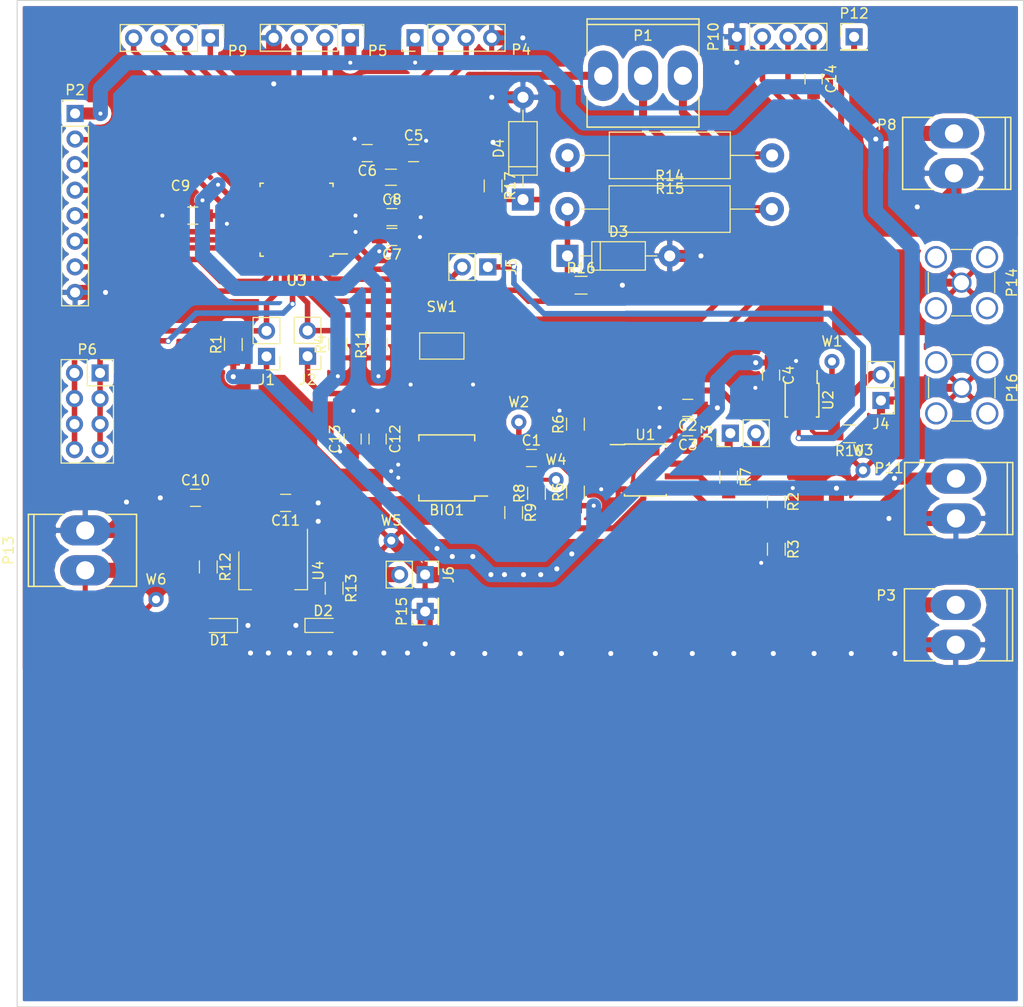
<source format=kicad_pcb>
(kicad_pcb (version 4) (host pcbnew 4.0.2-stable)
  (layers (0 F.Cu signal) (31 B.Cu signal) (34 B.Paste user) (35 F.Paste user) (36 B.SilkS user) (37 F.SilkS user) (38 B.Mask user) (39 F.Mask user) (44 Edge.Cuts user))
  (net 0 "")
  (net 1 /RFB_AD5933)
  (net 2 /VIN_AD5933)
  (net 3 /VOUT_AD5933)
  (net 4 "Net-(BIO1-Pad8)")
  (net 5 /AGND)
  (net 6 /SDA)
  (net 7 /SCL)
  (net 8 "Net-(C1-Pad2)")
  (net 9 /CLK1)
  (net 10 /CLK2)
  (net 11 /V_FUENTE)
  (net 12 "Net-(D1-Pad2)")
  (net 13 "Net-(D2-Pad2)")
  (net 14 /SDA_R)
  (net 15 /SCL_R)
  (net 16 /FEEDBACK_A2)
  (net 17 /SIGNAL_A2)
  (net 18 "Net-(J4-Pad2)")
  (net 19 /SWITCH)
  (net 20 "Net-(J5-Pad2)")
  (net 21 /REG1_1)
  (net 22 /REG1_2)
  (net 23 /REG1_3)
  (net 24 /REG2_1)
  (net 25 /REG2_2)
  (net 26 /REG2_3)
  (net 27 /REG2_4)
  (net 28 /REG2_5)
  (net 29 /REG2_6)
  (net 30 /RX_V)
  (net 31 /TX_V)
  (net 32 /ENC_1)
  (net 33 /ENC_2)
  (net 34 /TXD)
  (net 35 /RXD)
  (net 36 /RESET)
  (net 37 /Z_UK)
  (net 38 /SIGNAL_A1)
  (net 39 /~SS)
  (net 40 /MOSI)
  (net 41 /MISO)
  (net 42 /SCK)
  (net 43 "Net-(R2-Pad2)")
  (net 44 /5V)
  (net 45 "Net-(C11-Pad2)")
  (net 46 "Net-(P1-Pad2)")
  (net 47 "Net-(P1-Pad3)")
  (net 48 "Net-(C14-Pad1)")
  (module Housings_SSOP:SSOP-16_5.3x6.2mm_Pitch0.65mm (layer F.Cu) (at 129.25552 91.65336 180)
    (fp_text reference BIO1 (at 0 -4.2 180) (layer F.SilkS))
    (fp_text value AD5933)
    (pad 1 smd rect (at -3.45 -2.275 180) (size 1.2 0.4) (layers F.Cu F.Paste F.Mask))
    (pad 2 smd rect (at -3.45 -1.625 180) (size 1.2 0.4) (layers F.Cu F.Paste F.Mask))
    (pad 3 smd rect (at -3.45 -0.975 180) (size 1.2 0.4) (layers F.Cu F.Paste F.Mask))
    (pad 4 smd rect (at -3.45 -0.325 180) (size 1.2 0.4) (layers F.Cu F.Paste F.Mask) (net 1 /RFB_AD5933))
    (pad 5 smd rect (at -3.45 0.325 180) (size 1.2 0.4) (layers F.Cu F.Paste F.Mask) (net 2 /VIN_AD5933))
    (pad 6 smd rect (at -3.45 0.975 180) (size 1.2 0.4) (layers F.Cu F.Paste F.Mask) (net 3 /VOUT_AD5933))
    (pad 7 smd rect (at -3.45 1.625 180) (size 1.2 0.4) (layers F.Cu F.Paste F.Mask))
    (pad 8 smd rect (at -3.45 2.275 180) (size 1.2 0.4) (layers F.Cu F.Paste F.Mask) (net 4 "Net-(BIO1-Pad8)"))
    (pad 9 smd rect (at 3.45 2.275 180) (size 1.2 0.4) (layers F.Cu F.Paste F.Mask) (net 44 /5V))
    (pad 10 smd rect (at 3.45 1.625 180) (size 1.2 0.4) (layers F.Cu F.Paste F.Mask) (net 44 /5V))
    (pad 11 smd rect (at 3.45 0.975 180) (size 1.2 0.4) (layers F.Cu F.Paste F.Mask) (net 44 /5V))
    (pad 12 smd rect (at 3.45 0.325 180) (size 1.2 0.4) (layers F.Cu F.Paste F.Mask) (net 5 /AGND))
    (pad 13 smd rect (at 3.45 -0.325 180) (size 1.2 0.4) (layers F.Cu F.Paste F.Mask) (net 5 /AGND))
    (pad 14 smd rect (at 3.45 -0.975 180) (size 1.2 0.4) (layers F.Cu F.Paste F.Mask) (net 5 /AGND))
    (pad 15 smd rect (at 3.45 -1.625 180) (size 1.2 0.4) (layers F.Cu F.Paste F.Mask) (net 6 /SDA))
    (pad 16 smd rect (at 3.45 -2.275 180) (size 1.2 0.4) (layers F.Cu F.Paste F.Mask) (net 7 /SCL))
  )
  (module Capacitors_SMD:C_0805_HandSoldering (layer F.Cu) (at 137.66292 90.678)
    (fp_text reference C1 (at 0 -1.75) (layer F.SilkS))
    (fp_text value 47nF)
    (pad 1 smd rect (at -1.25 0) (size 1.5 1.25) (layers F.Cu F.Paste F.Mask) (net 3 /VOUT_AD5933))
    (pad 2 smd rect (at 1.25 0) (size 1.5 1.25) (layers F.Cu F.Paste F.Mask) (net 8 "Net-(C1-Pad2)"))
  )
  (module Capacitors_SMD:C_0805_HandSoldering (layer F.Cu) (at 153.19248 85.69452 180)
    (fp_text reference C2 (at 0 -1.75 180) (layer F.SilkS))
    (fp_text value 10uF)
    (pad 1 smd rect (at -1.25 0 180) (size 1.5 1.25) (layers F.Cu F.Paste F.Mask) (net 44 /5V))
    (pad 2 smd rect (at 1.25 0 180) (size 1.5 1.25) (layers F.Cu F.Paste F.Mask) (net 5 /AGND))
  )
  (module Capacitors_SMD:C_0805_HandSoldering (layer F.Cu) (at 153.19248 87.61984 180)
    (fp_text reference C3 (at 0 -1.75 180) (layer F.SilkS))
    (fp_text value 0,1uF)
    (pad 1 smd rect (at -1.25 0 180) (size 1.5 1.25) (layers F.Cu F.Paste F.Mask) (net 44 /5V))
    (pad 2 smd rect (at 1.25 0 180) (size 1.5 1.25) (layers F.Cu F.Paste F.Mask) (net 5 /AGND))
  )
  (module Capacitors_SMD:C_0805_HandSoldering (layer F.Cu) (at 161.47415 82.43951 270)
    (fp_text reference C4 (at 0 -1.75 270) (layer F.SilkS))
    (fp_text value 0,1uF)
    (pad 1 smd rect (at -1.25 0 270) (size 1.5 1.25) (layers F.Cu F.Paste F.Mask) (net 44 /5V))
    (pad 2 smd rect (at 1.25 0 270) (size 1.5 1.25) (layers F.Cu F.Paste F.Mask) (net 5 /AGND))
  )
  (module Capacitors_SMD:C_0805_HandSoldering (layer F.Cu) (at 125.95 60.375)
    (fp_text reference C5 (at 0 -1.75) (layer F.SilkS))
    (fp_text value 8pF)
    (pad 1 smd rect (at -1.25 0) (size 1.5 1.25) (layers F.Cu F.Paste F.Mask) (net 9 /CLK1))
    (pad 2 smd rect (at 1.25 0) (size 1.5 1.25) (layers F.Cu F.Paste F.Mask) (net 5 /AGND))
  )
  (module Capacitors_SMD:C_0805_HandSoldering (layer F.Cu) (at 121.35 60.375 180)
    (fp_text reference C6 (at 0 -1.75 180) (layer F.SilkS))
    (fp_text value 8pF)
    (pad 1 smd rect (at -1.25 0 180) (size 1.5 1.25) (layers F.Cu F.Paste F.Mask) (net 10 /CLK2))
    (pad 2 smd rect (at 1.25 0 180) (size 1.5 1.25) (layers F.Cu F.Paste F.Mask) (net 5 /AGND))
  )
  (module Capacitors_SMD:C_0805_HandSoldering (layer F.Cu) (at 123.7996 68.707 180)
    (fp_text reference C7 (at 0 -1.75 180) (layer F.SilkS))
    (fp_text value 0,1uF)
    (pad 1 smd rect (at -1.25 0 180) (size 1.5 1.25) (layers F.Cu F.Paste F.Mask) (net 5 /AGND))
    (pad 2 smd rect (at 1.25 0 180) (size 1.5 1.25) (layers F.Cu F.Paste F.Mask) (net 44 /5V))
  )
  (module Capacitors_SMD:C_0805_HandSoldering (layer F.Cu) (at 123.7996 66.74104)
    (fp_text reference C8 (at 0 -1.75) (layer F.SilkS))
    (fp_text value 0,1uF)
    (pad 1 smd rect (at -1.25 0) (size 1.5 1.25) (layers F.Cu F.Paste F.Mask) (net 44 /5V))
    (pad 2 smd rect (at 1.25 0) (size 1.5 1.25) (layers F.Cu F.Paste F.Mask) (net 5 /AGND))
  )
  (module Capacitors_SMD:C_0805_HandSoldering (layer F.Cu) (at 104.013 66.5861 180)
    (fp_text reference C9 (at 1.22174 2.96672 180) (layer F.SilkS))
    (fp_text value 0,1uF)
    (pad 1 smd rect (at -1.25 0 180) (size 1.5 1.25) (layers F.Cu F.Paste F.Mask) (net 44 /5V))
    (pad 2 smd rect (at 1.25 0 180) (size 1.5 1.25) (layers F.Cu F.Paste F.Mask) (net 5 /AGND))
  )
  (module Capacitors_SMD:C_0805_HandSoldering (layer F.Cu) (at 104.28224 94.63024)
    (fp_text reference C10 (at 0 -1.75) (layer F.SilkS))
    (fp_text value 0,1uF)
    (pad 1 smd rect (at -1.25 0) (size 1.5 1.25) (layers F.Cu F.Paste F.Mask) (net 5 /AGND))
    (pad 2 smd rect (at 1.25 0) (size 1.5 1.25) (layers F.Cu F.Paste F.Mask) (net 11 /V_FUENTE))
  )
  (module Capacitors_SMD:C_0805_HandSoldering (layer F.Cu) (at 113.23828 95.13316 180)
    (fp_text reference C11 (at 0 -1.75 180) (layer F.SilkS))
    (fp_text value 10uF)
    (pad 1 smd rect (at -1.25 0 180) (size 1.5 1.25) (layers F.Cu F.Paste F.Mask) (net 5 /AGND))
    (pad 2 smd rect (at 1.25 0 180) (size 1.5 1.25) (layers F.Cu F.Paste F.Mask) (net 45 "Net-(C11-Pad2)"))
  )
  (module Capacitors_SMD:C_0805_HandSoldering (layer F.Cu) (at 122.3772 88.78316 270)
    (fp_text reference C12 (at 0 -1.75 270) (layer F.SilkS))
    (fp_text value 0,1uF)
    (pad 1 smd rect (at -1.25 0 270) (size 1.5 1.25) (layers F.Cu F.Paste F.Mask) (net 5 /AGND))
    (pad 2 smd rect (at 1.25 0 270) (size 1.5 1.25) (layers F.Cu F.Paste F.Mask) (net 44 /5V))
  )
  (module LEDs:LED_0805 (layer F.Cu) (at 106.64952 107.32008 180)
    (fp_text reference D1 (at 0 -1.45 180) (layer F.SilkS))
    (fp_text value Led_Small_Reg)
    (pad 2 smd rect (at 1.1 0) (size 1.2 1.2) (layers F.Cu F.Paste F.Mask) (net 12 "Net-(D1-Pad2)"))
    (pad 1 smd rect (at -1.1 0) (size 1.2 1.2) (layers F.Cu F.Paste F.Mask) (net 5 /AGND))
  )
  (module LEDs:LED_0805 (layer F.Cu) (at 116.96192 107.30992)
    (fp_text reference D2 (at 0 -1.45) (layer F.SilkS))
    (fp_text value Led_Small_Reg)
    (pad 2 smd rect (at 1.1 0 180) (size 1.2 1.2) (layers F.Cu F.Paste F.Mask) (net 13 "Net-(D2-Pad2)"))
    (pad 1 smd rect (at -1.1 0 180) (size 1.2 1.2) (layers F.Cu F.Paste F.Mask) (net 5 /AGND))
  )
  (module Pin_Headers:Pin_Header_Straight_1x02_Pitch2.54mm (layer F.Cu) (at 111.3409 80.5815 180)
    (fp_text reference J1 (at 0 -2.33 180) (layer F.SilkS))
    (fp_text value Jumper)
    (pad 1 thru_hole rect (at 0 0 180) (size 1.7 1.7) (drill 1) (layers *.Cu *.Mask) (net 6 /SDA))
    (pad 2 thru_hole oval (at 0 2.54 180) (size 1.7 1.7) (drill 1) (layers *.Cu *.Mask) (net 14 /SDA_R))
  )
  (module Pin_Headers:Pin_Header_Straight_1x02_Pitch2.54mm (layer F.Cu) (at 115.4176 80.5561 180)
    (fp_text reference J2 (at 0 -2.33 180) (layer F.SilkS))
    (fp_text value Jumper)
    (pad 1 thru_hole rect (at 0 0 180) (size 1.7 1.7) (drill 1) (layers *.Cu *.Mask) (net 7 /SCL))
    (pad 2 thru_hole oval (at 0 2.54 180) (size 1.7 1.7) (drill 1) (layers *.Cu *.Mask) (net 15 /SCL_R))
  )
  (module Pin_Headers:Pin_Header_Straight_1x02_Pitch2.54mm (layer F.Cu) (at 157.4292 88.20912 90)
    (fp_text reference J3 (at 0 -2.33 90) (layer F.SilkS))
    (fp_text value Jumper_Calibration)
    (pad 1 thru_hole rect (at 0 0 90) (size 1.7 1.7) (drill 1) (layers *.Cu *.Mask) (net 16 /FEEDBACK_A2))
    (pad 2 thru_hole oval (at 0 2.54 90) (size 1.7 1.7) (drill 1) (layers *.Cu *.Mask) (net 17 /SIGNAL_A2))
  )
  (module Pin_Headers:Pin_Header_Straight_1x02_Pitch2.54mm (layer F.Cu) (at 172.39488 84.95792 180)
    (fp_text reference J4 (at 0 -2.33 180) (layer F.SilkS))
    (fp_text value Jumper)
    (pad 1 thru_hole rect (at 0 0 180) (size 1.7 1.7) (drill 1) (layers *.Cu *.Mask) (net 17 /SIGNAL_A2))
    (pad 2 thru_hole oval (at 0 2.54 180) (size 1.7 1.7) (drill 1) (layers *.Cu *.Mask) (net 18 "Net-(J4-Pad2)"))
  )
  (module Pin_Headers:Pin_Header_Straight_1x02_Pitch2.54mm (layer F.Cu) (at 133.33222 71.68896 270)
    (fp_text reference J5 (at 0 -2.33 270) (layer F.SilkS))
    (fp_text value Jumper)
    (pad 1 thru_hole rect (at 0 0 270) (size 1.7 1.7) (drill 1) (layers *.Cu *.Mask) (net 19 /SWITCH))
    (pad 2 thru_hole oval (at 0 2.54 270) (size 1.7 1.7) (drill 1) (layers *.Cu *.Mask) (net 20 "Net-(J5-Pad2)"))
  )
  (module Socket_Strips:Socket_Strip_Straight_1x08_Pitch2.54mm (layer F.Cu) (at 92.3163 56.4388)
    (fp_text reference P2 (at 0 -2.33) (layer F.SilkS))
    (fp_text value GPIO)
    (pad 1 thru_hole rect (at 0 0) (size 1.7 1.7) (drill 1) (layers *.Cu *.Mask) (net 44 /5V))
    (pad 2 thru_hole oval (at 0 2.54) (size 1.7 1.7) (drill 1) (layers *.Cu *.Mask) (net 24 /REG2_1))
    (pad 3 thru_hole oval (at 0 5.08) (size 1.7 1.7) (drill 1) (layers *.Cu *.Mask) (net 25 /REG2_2))
    (pad 4 thru_hole oval (at 0 7.62) (size 1.7 1.7) (drill 1) (layers *.Cu *.Mask) (net 26 /REG2_3))
    (pad 5 thru_hole oval (at 0 10.16) (size 1.7 1.7) (drill 1) (layers *.Cu *.Mask) (net 27 /REG2_4))
    (pad 6 thru_hole oval (at 0 12.7) (size 1.7 1.7) (drill 1) (layers *.Cu *.Mask) (net 28 /REG2_5))
    (pad 7 thru_hole oval (at 0 15.24) (size 1.7 1.7) (drill 1) (layers *.Cu *.Mask) (net 29 /REG2_6))
    (pad 8 thru_hole oval (at 0 17.78) (size 1.7 1.7) (drill 1) (layers *.Cu *.Mask) (net 5 /AGND))
  )
  (module Socket_Strips:Socket_Strip_Straight_1x04_Pitch2.54mm (layer F.Cu) (at 119.6721 48.9204 270)
    (fp_text reference P5 (at 1.29032 -2.7051 360) (layer F.SilkS))
    (fp_text value ENCODER)
    (pad 1 thru_hole rect (at 0 0 270) (size 1.7 1.7) (drill 1) (layers *.Cu *.Mask) (net 44 /5V))
    (pad 2 thru_hole oval (at 0 2.54 270) (size 1.7 1.7) (drill 1) (layers *.Cu *.Mask) (net 32 /ENC_1))
    (pad 3 thru_hole oval (at 0 5.08 270) (size 1.7 1.7) (drill 1) (layers *.Cu *.Mask) (net 33 /ENC_2))
    (pad 4 thru_hole oval (at 0 7.62 270) (size 1.7 1.7) (drill 1) (layers *.Cu *.Mask) (net 5 /AGND))
  )
  (module Resistors_SMD:R_0805_HandSoldering (layer F.Cu) (at 108.04144 79.39024 90)
    (fp_text reference R1 (at 0 -1.7 90) (layer F.SilkS))
    (fp_text value 10K)
    (pad 1 smd rect (at -1.35 0 90) (size 1.5 1.3) (layers F.Cu F.Paste F.Mask) (net 44 /5V))
    (pad 2 smd rect (at 1.35 0 90) (size 1.5 1.3) (layers F.Cu F.Paste F.Mask) (net 14 /SDA_R))
  )
  (module Resistors_SMD:R_0805_HandSoldering (layer F.Cu) (at 161.99612 95.01632 270)
    (fp_text reference R2 (at 0 -1.7 270) (layer F.SilkS))
    (fp_text value 20K)
    (pad 1 smd rect (at -1.35 0 270) (size 1.5 1.3) (layers F.Cu F.Paste F.Mask) (net 44 /5V))
    (pad 2 smd rect (at 1.35 0 270) (size 1.5 1.3) (layers F.Cu F.Paste F.Mask) (net 43 "Net-(R2-Pad2)"))
  )
  (module Resistors_SMD:R_0805_HandSoldering (layer F.Cu) (at 161.99866 99.73818 270)
    (fp_text reference R3 (at 0 -1.7 270) (layer F.SilkS))
    (fp_text value 20K)
    (pad 1 smd rect (at -1.35 0 270) (size 1.5 1.3) (layers F.Cu F.Paste F.Mask) (net 43 "Net-(R2-Pad2)"))
    (pad 2 smd rect (at 1.35 0 270) (size 1.5 1.3) (layers F.Cu F.Paste F.Mask) (net 5 /AGND))
  )
  (module Resistors_SMD:R_0805_HandSoldering (layer F.Cu) (at 118.43004 79.36992 90)
    (fp_text reference R4 (at 0 -1.7 90) (layer F.SilkS))
    (fp_text value 10K)
    (pad 1 smd rect (at -1.35 0 90) (size 1.5 1.3) (layers F.Cu F.Paste F.Mask) (net 44 /5V))
    (pad 2 smd rect (at 1.35 0 90) (size 1.5 1.3) (layers F.Cu F.Paste F.Mask) (net 15 /SCL_R))
  )
  (module Resistors_SMD:R_0805_HandSoldering (layer F.Cu) (at 142.0368 94.06128 90)
    (fp_text reference R5 (at 0 -1.7 90) (layer F.SilkS))
    (fp_text value 20K)
    (pad 1 smd rect (at -1.35 0 90) (size 1.5 1.3) (layers F.Cu F.Paste F.Mask) (net 44 /5V))
    (pad 2 smd rect (at 1.35 0 90) (size 1.5 1.3) (layers F.Cu F.Paste F.Mask) (net 8 "Net-(C1-Pad2)"))
  )
  (module Resistors_SMD:R_0805_HandSoldering (layer F.Cu) (at 142.0368 87.31504 90)
    (fp_text reference R6 (at 0 -1.7 90) (layer F.SilkS))
    (fp_text value 20K)
    (pad 1 smd rect (at -1.35 0 90) (size 1.5 1.3) (layers F.Cu F.Paste F.Mask) (net 8 "Net-(C1-Pad2)"))
    (pad 2 smd rect (at 1.35 0 90) (size 1.5 1.3) (layers F.Cu F.Paste F.Mask) (net 5 /AGND))
  )
  (module Resistors_SMD:R_0805_HandSoldering (layer F.Cu) (at 157.26156 92.583 270)
    (fp_text reference R7 (at 0 -1.7 270) (layer F.SilkS))
    (fp_text value R_GAIN)
    (pad 1 smd rect (at -1.35 0 270) (size 1.5 1.3) (layers F.Cu F.Paste F.Mask) (net 16 /FEEDBACK_A2))
    (pad 2 smd rect (at 1.35 0 270) (size 1.5 1.3) (layers F.Cu F.Paste F.Mask) (net 17 /SIGNAL_A2))
  )
  (module Resistors_SMD:R_0805_HandSoldering (layer F.Cu) (at 138.16584 94.1832 90)
    (fp_text reference R8 (at 0 -1.7 90) (layer F.SilkS))
    (fp_text value 20K)
    (pad 1 smd rect (at -1.35 0 90) (size 1.5 1.3) (layers F.Cu F.Paste F.Mask) (net 16 /FEEDBACK_A2))
    (pad 2 smd rect (at 1.35 0 90) (size 1.5 1.3) (layers F.Cu F.Paste F.Mask) (net 2 /VIN_AD5933))
  )
  (module Resistors_SMD:R_0805_HandSoldering (layer F.Cu) (at 135.90016 96.09328 270)
    (fp_text reference R9 (at 0 -1.7 270) (layer F.SilkS))
    (fp_text value 20K)
    (pad 1 smd rect (at -1.35 0 270) (size 1.5 1.3) (layers F.Cu F.Paste F.Mask) (net 2 /VIN_AD5933))
    (pad 2 smd rect (at 1.35 0 270) (size 1.5 1.3) (layers F.Cu F.Paste F.Mask) (net 1 /RFB_AD5933))
  )
  (module Resistors_SMD:R_0805_HandSoldering (layer F.Cu) (at 169.2656 88.27008 180)
    (fp_text reference R10 (at 0 -1.7 180) (layer F.SilkS))
    (fp_text value RCAL)
    (pad 1 smd rect (at -1.35 0 180) (size 1.5 1.3) (layers F.Cu F.Paste F.Mask) (net 17 /SIGNAL_A2))
    (pad 2 smd rect (at 1.35 0 180) (size 1.5 1.3) (layers F.Cu F.Paste F.Mask) (net 18 "Net-(J4-Pad2)"))
  )
  (module Resistors_SMD:R_0805_HandSoldering (layer F.Cu) (at 122.46102 79.37754 90)
    (fp_text reference R11 (at 0 -1.7 90) (layer F.SilkS))
    (fp_text value 10K)
    (pad 1 smd rect (at -1.35 0 90) (size 1.5 1.3) (layers F.Cu F.Paste F.Mask) (net 44 /5V))
    (pad 2 smd rect (at 1.35 0 90) (size 1.5 1.3) (layers F.Cu F.Paste F.Mask) (net 36 /RESET))
  )
  (module Resistors_SMD:R_0805_HandSoldering (layer F.Cu) (at 105.55224 101.4984 270)
    (fp_text reference R12 (at 0 -1.7 270) (layer F.SilkS))
    (fp_text value 1K)
    (pad 1 smd rect (at -1.35 0 270) (size 1.5 1.3) (layers F.Cu F.Paste F.Mask) (net 11 /V_FUENTE))
    (pad 2 smd rect (at 1.35 0 270) (size 1.5 1.3) (layers F.Cu F.Paste F.Mask) (net 12 "Net-(D1-Pad2)"))
  )
  (module Resistors_SMD:R_0805_HandSoldering (layer F.Cu) (at 118.0592 103.61168 270)
    (fp_text reference R13 (at 0 -1.7 270) (layer F.SilkS))
    (fp_text value 1K)
    (pad 1 smd rect (at -1.35 0 270) (size 1.5 1.3) (layers F.Cu F.Paste F.Mask) (net 45 "Net-(C11-Pad2)"))
    (pad 2 smd rect (at 1.35 0 270) (size 1.5 1.3) (layers F.Cu F.Paste F.Mask) (net 13 "Net-(D2-Pad2)"))
  )
  (module Huellas:KPT_1187B (layer F.Cu) (at 128.76022 79.54518)
    (fp_text reference SW1 (at 0 -3.9) (layer F.SilkS))
    (fp_text value SW_PUSH)
    (pad 1 smd rect (at 3.1 -1.85) (size 1.8 1.1) (layers F.Cu F.Paste F.Mask) (net 36 /RESET))
    (pad 1 smd rect (at -3.1 -1.85) (size 1.8 1.1) (layers F.Cu F.Paste F.Mask) (net 36 /RESET))
    (pad 2 smd rect (at -3.1 1.85) (size 1.8 1.1) (layers F.Cu F.Paste F.Mask) (net 5 /AGND))
    (pad 2 smd rect (at 3.1 1.85) (size 1.8 1.1) (layers F.Cu F.Paste F.Mask) (net 5 /AGND))
  )
  (module Housings_SOIC:SOIC-8_3.9x4.9mm_Pitch1.27mm (layer F.Cu) (at 148.98624 91.86672)
    (fp_text reference U1 (at 0 -3.5) (layer F.SilkS))
    (fp_text value AD8606)
    (pad 1 smd rect (at -2.7 -1.905) (size 1.55 0.6) (layers F.Cu F.Paste F.Mask) (net 38 /SIGNAL_A1))
    (pad 2 smd rect (at -2.7 -0.635) (size 1.55 0.6) (layers F.Cu F.Paste F.Mask) (net 38 /SIGNAL_A1))
    (pad 3 smd rect (at -2.7 0.635) (size 1.55 0.6) (layers F.Cu F.Paste F.Mask) (net 8 "Net-(C1-Pad2)"))
    (pad 4 smd rect (at -2.7 1.905) (size 1.55 0.6) (layers F.Cu F.Paste F.Mask) (net 5 /AGND))
    (pad 5 smd rect (at 2.7 1.905) (size 1.55 0.6) (layers F.Cu F.Paste F.Mask) (net 43 "Net-(R2-Pad2)"))
    (pad 6 smd rect (at 2.7 0.635) (size 1.55 0.6) (layers F.Cu F.Paste F.Mask) (net 17 /SIGNAL_A2))
    (pad 7 smd rect (at 2.7 -0.635) (size 1.55 0.6) (layers F.Cu F.Paste F.Mask) (net 16 /FEEDBACK_A2))
    (pad 8 smd rect (at 2.7 -1.905) (size 1.55 0.6) (layers F.Cu F.Paste F.Mask) (net 44 /5V))
  )
  (module Housings_SSOP:MSOP-8_3x3mm_Pitch0.65mm (layer F.Cu) (at 164.55263 84.92363 270)
    (fp_text reference U2 (at 0 -2.6 270) (layer F.SilkS))
    (fp_text value ADG819)
    (pad 1 smd rect (at -2.2 -0.975 270) (size 1.45 0.45) (layers F.Cu F.Paste F.Mask) (net 38 /SIGNAL_A1))
    (pad 2 smd rect (at -2.2 -0.325 270) (size 1.45 0.45) (layers F.Cu F.Paste F.Mask) (net 37 /Z_UK))
    (pad 3 smd rect (at -2.2 0.325 270) (size 1.45 0.45) (layers F.Cu F.Paste F.Mask) (net 5 /AGND))
    (pad 4 smd rect (at -2.2 0.975 270) (size 1.45 0.45) (layers F.Cu F.Paste F.Mask) (net 44 /5V))
    (pad 5 smd rect (at 2.2 0.975 270) (size 1.45 0.45) (layers F.Cu F.Paste F.Mask))
    (pad 6 smd rect (at 2.2 0.325 270) (size 1.45 0.45) (layers F.Cu F.Paste F.Mask) (net 19 /SWITCH))
    (pad 7 smd rect (at 2.2 -0.325 270) (size 1.45 0.45) (layers F.Cu F.Paste F.Mask))
    (pad 8 smd rect (at 2.2 -0.975 270) (size 1.45 0.45) (layers F.Cu F.Paste F.Mask) (net 18 "Net-(J4-Pad2)"))
  )
  (module Housings_QFP:TQFP-32_7x7mm_Pitch0.8mm (layer F.Cu) (at 114.3254 66.9925 180)
    (fp_text reference U3 (at 0 -6.05 180) (layer F.SilkS))
    (fp_text value Atmega328PA)
    (pad 1 smd rect (at -4.25 -2.8 180) (size 1.6 0.55) (layers F.Cu F.Paste F.Mask) (net 23 /REG1_3))
    (pad 2 smd rect (at -4.25 -2 180) (size 1.6 0.55) (layers F.Cu F.Paste F.Mask) (net 22 /REG1_2))
    (pad 3 smd rect (at -4.25 -1.2 180) (size 1.6 0.55) (layers F.Cu F.Paste F.Mask) (net 5 /AGND))
    (pad 4 smd rect (at -4.25 -0.4 180) (size 1.6 0.55) (layers F.Cu F.Paste F.Mask) (net 44 /5V))
    (pad 5 smd rect (at -4.25 0.4 180) (size 1.6 0.55) (layers F.Cu F.Paste F.Mask) (net 5 /AGND))
    (pad 6 smd rect (at -4.25 1.2 180) (size 1.6 0.55) (layers F.Cu F.Paste F.Mask) (net 44 /5V))
    (pad 7 smd rect (at -4.25 2 180) (size 1.6 0.55) (layers F.Cu F.Paste F.Mask) (net 9 /CLK1))
    (pad 8 smd rect (at -4.25 2.8 180) (size 1.6 0.55) (layers F.Cu F.Paste F.Mask) (net 10 /CLK2))
    (pad 9 smd rect (at -2.8 4.25 270) (size 1.6 0.55) (layers F.Cu F.Paste F.Mask) (net 21 /REG1_1))
    (pad 10 smd rect (at -2 4.25 270) (size 1.6 0.55) (layers F.Cu F.Paste F.Mask) (net 31 /TX_V))
    (pad 11 smd rect (at -1.2 4.25 270) (size 1.6 0.55) (layers F.Cu F.Paste F.Mask) (net 30 /RX_V))
    (pad 12 smd rect (at -0.4 4.25 270) (size 1.6 0.55) (layers F.Cu F.Paste F.Mask) (net 32 /ENC_1))
    (pad 13 smd rect (at 0.4 4.25 270) (size 1.6 0.55) (layers F.Cu F.Paste F.Mask) (net 33 /ENC_2))
    (pad 14 smd rect (at 1.2 4.25 270) (size 1.6 0.55) (layers F.Cu F.Paste F.Mask) (net 39 /~SS))
    (pad 15 smd rect (at 2 4.25 270) (size 1.6 0.55) (layers F.Cu F.Paste F.Mask) (net 40 /MOSI))
    (pad 16 smd rect (at 2.8 4.25 270) (size 1.6 0.55) (layers F.Cu F.Paste F.Mask) (net 41 /MISO))
    (pad 17 smd rect (at 4.25 2.8 180) (size 1.6 0.55) (layers F.Cu F.Paste F.Mask) (net 42 /SCK))
    (pad 18 smd rect (at 4.25 2 180) (size 1.6 0.55) (layers F.Cu F.Paste F.Mask) (net 44 /5V))
    (pad 19 smd rect (at 4.25 1.2 180) (size 1.6 0.55) (layers F.Cu F.Paste F.Mask) (net 24 /REG2_1))
    (pad 20 smd rect (at 4.25 0.4 180) (size 1.6 0.55) (layers F.Cu F.Paste F.Mask) (net 44 /5V))
    (pad 21 smd rect (at 4.25 -0.4 180) (size 1.6 0.55) (layers F.Cu F.Paste F.Mask) (net 5 /AGND))
    (pad 22 smd rect (at 4.25 -1.2 180) (size 1.6 0.55) (layers F.Cu F.Paste F.Mask) (net 25 /REG2_2))
    (pad 23 smd rect (at 4.25 -2 180) (size 1.6 0.55) (layers F.Cu F.Paste F.Mask) (net 26 /REG2_3))
    (pad 24 smd rect (at 4.25 -2.8 180) (size 1.6 0.55) (layers F.Cu F.Paste F.Mask) (net 27 /REG2_4))
    (pad 25 smd rect (at 2.8 -4.25 270) (size 1.6 0.55) (layers F.Cu F.Paste F.Mask) (net 28 /REG2_5))
    (pad 26 smd rect (at 2 -4.25 270) (size 1.6 0.55) (layers F.Cu F.Paste F.Mask) (net 29 /REG2_6))
    (pad 27 smd rect (at 1.2 -4.25 270) (size 1.6 0.55) (layers F.Cu F.Paste F.Mask) (net 14 /SDA_R))
    (pad 28 smd rect (at 0.4 -4.25 270) (size 1.6 0.55) (layers F.Cu F.Paste F.Mask) (net 15 /SCL_R))
    (pad 29 smd rect (at -0.4 -4.25 270) (size 1.6 0.55) (layers F.Cu F.Paste F.Mask) (net 36 /RESET))
    (pad 30 smd rect (at -1.2 -4.25 270) (size 1.6 0.55) (layers F.Cu F.Paste F.Mask) (net 35 /RXD))
    (pad 31 smd rect (at -2 -4.25 270) (size 1.6 0.55) (layers F.Cu F.Paste F.Mask) (net 34 /TXD))
    (pad 32 smd rect (at -2.8 -4.25 270) (size 1.6 0.55) (layers F.Cu F.Paste F.Mask) (net 20 "Net-(J5-Pad2)"))
  )
  (module Measurement_Points:Measurement_Point_Round-TH_Small (layer F.Cu) (at 167.52824 81.08188)
    (fp_text reference W1 (at 0 -2) (layer F.SilkS))
    (fp_text value TEST_1P)
    (pad 1 thru_hole circle (at 0 0) (size 1.5 1.5) (drill 0.8) (layers *.Cu *.Mask) (net 38 /SIGNAL_A1))
  )
  (module Measurement_Points:Measurement_Point_Round-TH_Small (layer F.Cu) (at 136.40816 87.11184)
    (fp_text reference W2 (at 0 -2) (layer F.SilkS))
    (fp_text value TEST_1P)
    (pad 1 thru_hole circle (at 0 0) (size 1.5 1.5) (drill 0.8) (layers *.Cu *.Mask) (net 3 /VOUT_AD5933))
  )
  (module Measurement_Points:Measurement_Point_Round-TH_Small (layer F.Cu) (at 170.6118 91.8972)
    (fp_text reference W3 (at 0 -2) (layer F.SilkS))
    (fp_text value TEST_1P)
    (pad 1 thru_hole circle (at 0 0) (size 1.5 1.5) (drill 0.8) (layers *.Cu *.Mask) (net 17 /SIGNAL_A2))
  )
  (module Measurement_Points:Measurement_Point_Round-TH_Small (layer F.Cu) (at 140.10894 92.83446)
    (fp_text reference W4 (at 0 -2) (layer F.SilkS))
    (fp_text value TEST_1P)
    (pad 1 thru_hole circle (at 0 0) (size 1.5 1.5) (drill 0.8) (layers *.Cu *.Mask) (net 2 /VIN_AD5933))
  )
  (module Measurement_Points:Measurement_Point_Round-TH_Small (layer F.Cu) (at 123.73356 98.87712)
    (fp_text reference W5 (at 0 -2) (layer F.SilkS))
    (fp_text value TEST_1P)
    (pad 1 thru_hole circle (at 0 0) (size 1.5 1.5) (drill 0.8) (layers *.Cu *.Mask) (net 44 /5V))
  )
  (module Pin_Headers:Pin_Header_Straight_1x02_Pitch2.54mm (layer F.Cu) (at 127.09906 102.2604 270)
    (fp_text reference J6 (at 0 -2.33 270) (layer F.SilkS))
    (fp_text value Jumper)
    (pad 1 thru_hole rect (at 0 0 270) (size 1.7 1.7) (drill 1) (layers *.Cu *.Mask) (net 44 /5V))
    (pad 2 thru_hole oval (at 0 2.54 270) (size 1.7 1.7) (drill 1) (layers *.Cu *.Mask) (net 45 "Net-(C11-Pad2)"))
  )
  (module Socket_Strips:Socket_Strip_Straight_1x04_Pitch2.54mm (layer F.Cu) (at 126.09576 48.9204 90)
    (fp_text reference P4 (at -1.17856 10.55116 180) (layer F.SilkS))
    (fp_text value SERIAL_VIRTUAL)
    (pad 1 thru_hole rect (at 0 0 90) (size 1.7 1.7) (drill 1) (layers *.Cu *.Mask) (net 44 /5V))
    (pad 2 thru_hole oval (at 0 2.54 90) (size 1.7 1.7) (drill 1) (layers *.Cu *.Mask) (net 30 /RX_V))
    (pad 3 thru_hole oval (at 0 5.08 90) (size 1.7 1.7) (drill 1) (layers *.Cu *.Mask) (net 31 /TX_V))
    (pad 4 thru_hole oval (at 0 7.62 90) (size 1.7 1.7) (drill 1) (layers *.Cu *.Mask) (net 5 /AGND))
  )
  (module Socket_Strips:Socket_Strip_Straight_1x01_Pitch2.54mm (layer F.Cu) (at 169.725 48.825)
    (fp_text reference P12 (at 0 -2.33) (layer F.SilkS))
    (fp_text value RESET)
    (pad 1 thru_hole rect (at 0 0) (size 1.7 1.7) (drill 1) (layers *.Cu *.Mask) (net 36 /RESET))
  )
  (module Socket_Strips:Socket_Strip_Straight_1x01_Pitch2.54mm (layer F.Cu) (at 127.10922 105.918 90)
    (fp_text reference P15 (at 0 -2.33 90) (layer F.SilkS))
    (fp_text value GND_REGULATOR)
    (pad 1 thru_hole rect (at 0 0 90) (size 1.7 1.7) (drill 1) (layers *.Cu *.Mask) (net 5 /AGND))
  )
  (module Socket_Strips:Socket_Strip_Straight_1x04_Pitch2.54mm (layer F.Cu) (at 105.7529 48.9331 270)
    (fp_text reference P9 (at 1.29032 -2.71018 360) (layer F.SilkS))
    (fp_text value SPI)
    (pad 1 thru_hole rect (at 0 0 270) (size 1.7 1.7) (drill 1) (layers *.Cu *.Mask) (net 39 /~SS))
    (pad 2 thru_hole oval (at 0 2.54 270) (size 1.7 1.7) (drill 1) (layers *.Cu *.Mask) (net 40 /MOSI))
    (pad 3 thru_hole oval (at 0 5.08 270) (size 1.7 1.7) (drill 1) (layers *.Cu *.Mask) (net 41 /MISO))
    (pad 4 thru_hole oval (at 0 7.62 270) (size 1.7 1.7) (drill 1) (layers *.Cu *.Mask) (net 42 /SCK))
  )
  (module Sockets_MOLEX_KK-System:Socket_MOLEX-KK-RM3-96mm_Lock_2pin_straight (layer F.Cu) (at 179.825 107.25 270)
    (fp_text reference P3 (at -2.91846 6.91134 360) (layer F.SilkS))
    (fp_text value SOURCE_3)
    (pad 1 thru_hole oval (at -1.9812 0 270) (size 2.99974 5.00126) (drill 1.80086) (layers *.Cu *.Mask) (net 44 /5V))
    (pad 2 thru_hole oval (at 1.9812 0 270) (size 2.99974 5.00126) (drill 1.80086) (layers *.Cu *.Mask) (net 5 /AGND))
  )
  (module Sockets_MOLEX_KK-System:Socket_MOLEX-KK-RM3-96mm_Lock_2pin_straight (layer F.Cu) (at 179.65 60.4 270)
    (fp_text reference P8 (at -2.83972 6.67512 360) (layer F.SilkS))
    (fp_text value SOURCE_1)
    (pad 1 thru_hole oval (at -1.9812 0 270) (size 2.99974 5.00126) (drill 1.80086) (layers *.Cu *.Mask) (net 44 /5V))
    (pad 2 thru_hole oval (at 1.9812 0 270) (size 2.99974 5.00126) (drill 1.80086) (layers *.Cu *.Mask) (net 5 /AGND))
  )
  (module Sockets_MOLEX_KK-System:Socket_MOLEX-KK-RM3-96mm_Lock_2pin_straight (layer F.Cu) (at 179.84724 94.70136 270)
    (fp_text reference P11 (at -3.01752 6.64464 360) (layer F.SilkS))
    (fp_text value SOURCE_2)
    (pad 1 thru_hole oval (at -1.9812 0 270) (size 2.99974 5.00126) (drill 1.80086) (layers *.Cu *.Mask) (net 44 /5V))
    (pad 2 thru_hole oval (at 1.9812 0 270) (size 2.99974 5.00126) (drill 1.80086) (layers *.Cu *.Mask) (net 5 /AGND))
  )
  (module Sockets_MOLEX_KK-System:Socket_MOLEX-KK-RM3-96mm_Lock_2pin_straight (layer F.Cu) (at 93.325 99.85 90)
    (fp_text reference P13 (at 0 -7.62 90) (layer F.SilkS))
    (fp_text value POWER)
    (pad 1 thru_hole oval (at -1.9812 0 90) (size 2.99974 5.00126) (drill 1.80086) (layers *.Cu *.Mask) (net 11 /V_FUENTE))
    (pad 2 thru_hole oval (at 1.9812 0 90) (size 2.99974 5.00126) (drill 1.80086) (layers *.Cu *.Mask) (net 5 /AGND))
  )
  (module Capacitors_SMD:C_0805_HandSoldering (layer F.Cu) (at 119.89308 88.78824 90)
    (fp_text reference C13 (at 0 -1.75 90) (layer F.SilkS))
    (fp_text value 10uF)
    (pad 1 smd rect (at -1.25 0 90) (size 1.5 1.25) (layers F.Cu F.Paste F.Mask) (net 44 /5V))
    (pad 2 smd rect (at 1.25 0 90) (size 1.5 1.25) (layers F.Cu F.Paste F.Mask) (net 5 /AGND))
  )
  (module TO_SOT_Packages_SMD:SOT-223 (layer F.Cu) (at 111.99876 101.84892 270)
    (fp_text reference U4 (at 0 -4.5 270) (layer F.SilkS))
    (fp_text value LD1117S50TR)
    (pad 4 smd rect (at 3.15 0 270) (size 2 3.8) (layers F.Cu F.Paste F.Mask))
    (pad 2 smd rect (at -3.15 0 270) (size 2 1.5) (layers F.Cu F.Paste F.Mask) (net 45 "Net-(C11-Pad2)"))
    (pad 3 smd rect (at -3.15 2.3 270) (size 2 1.5) (layers F.Cu F.Paste F.Mask) (net 11 /V_FUENTE))
    (pad 1 smd rect (at -3.15 -2.3 270) (size 2 1.5) (layers F.Cu F.Paste F.Mask) (net 5 /AGND))
  )
  (module Measurement_Points:Measurement_Point_Round-TH_Small (layer F.Cu) (at 100.36048 104.72928)
    (fp_text reference W6 (at 0 -2) (layer F.SilkS))
    (fp_text value TEST_1P)
    (pad 1 thru_hole circle (at 0 0) (size 1.5 1.5) (drill 0.8) (layers *.Cu *.Mask) (net 11 /V_FUENTE))
  )
  (module Sockets_MOLEX_KK-System:Socket_MOLEX-KK-RM3-96mm_Lock_3pin_straight (layer F.Cu) (at 148.75256 52.69484)
    (fp_text reference P1 (at -0.00256 -3.99484) (layer F.SilkS))
    (fp_text value SD_LAPIZ)
    (pad 1 thru_hole oval (at -3.95986 0) (size 2.99974 5.00126) (drill 1.80086) (layers *.Cu *.Mask) (net 21 /REG1_1))
    (pad 2 thru_hole oval (at 0 0) (size 2.99974 5.00126) (drill 1.80086) (layers *.Cu *.Mask) (net 46 "Net-(P1-Pad2)"))
    (pad 3 thru_hole oval (at 3.95986 0) (size 2.99974 5.00126) (drill 1.80086) (layers *.Cu *.Mask) (net 47 "Net-(P1-Pad3)"))
  )
  (module Resistors_SMD:R_0805_HandSoldering (layer F.Cu) (at 142.59306 73.50252)
    (fp_text reference R16 (at 0 -1.7) (layer F.SilkS))
    (fp_text value 10K)
    (pad 1 smd rect (at -1.35 0) (size 1.5 1.3) (layers F.Cu F.Paste F.Mask) (net 23 /REG1_3))
    (pad 2 smd rect (at 1.35 0) (size 1.5 1.3) (layers F.Cu F.Paste F.Mask) (net 5 /AGND))
  )
  (module Resistors_SMD:R_0805_HandSoldering (layer F.Cu) (at 133.85292 63.63716 270)
    (fp_text reference R17 (at 0 -1.7 270) (layer F.SilkS))
    (fp_text value 10K)
    (pad 1 smd rect (at -1.35 0 270) (size 1.5 1.3) (layers F.Cu F.Paste F.Mask) (net 5 /AGND))
    (pad 2 smd rect (at 1.35 0 270) (size 1.5 1.3) (layers F.Cu F.Paste F.Mask) (net 22 /REG1_2))
  )
  (module Diodes_THT:D_DO-41_SOD81_P10.16mm_Horizontal (layer F.Cu) (at 141.24432 70.59168)
    (fp_text reference D3 (at 5.08 -2.41) (layer F.SilkS))
    (fp_text value Z_PROTEC)
    (pad 1 thru_hole rect (at 0 0) (size 2.2 2.2) (drill 1.1) (layers *.Cu *.Mask) (net 23 /REG1_3))
    (pad 2 thru_hole oval (at 10.16 0) (size 2.2 2.2) (drill 1.1) (layers *.Cu *.Mask) (net 5 /AGND))
  )
  (module Diodes_THT:D_DO-41_SOD81_P10.16mm_Horizontal (layer F.Cu) (at 136.82218 64.98844 90)
    (fp_text reference D4 (at 5.08 -2.41 90) (layer F.SilkS))
    (fp_text value Z_PROTEC)
    (pad 1 thru_hole rect (at 0 0 90) (size 2.2 2.2) (drill 1.1) (layers *.Cu *.Mask) (net 22 /REG1_2))
    (pad 2 thru_hole oval (at 10.16 0 90) (size 2.2 2.2) (drill 1.1) (layers *.Cu *.Mask) (net 5 /AGND))
  )
  (module Resistors_ThroughHole:R_Axial_DIN0414_L11.9mm_D4.5mm_P20.32mm_Horizontal (layer F.Cu) (at 141.2367 65.9384)
    (fp_text reference R14 (at 10.16 -3.31) (layer F.SilkS))
    (fp_text value R_PROTEC)
    (pad 1 thru_hole circle (at 0 0) (size 2.4 2.4) (drill 1.2) (layers *.Cu *.Mask) (net 23 /REG1_3))
    (pad 2 thru_hole oval (at 20.32 0) (size 2.4 2.4) (drill 1.2) (layers *.Cu *.Mask) (net 46 "Net-(P1-Pad2)"))
  )
  (module Resistors_ThroughHole:R_Axial_DIN0414_L11.9mm_D4.5mm_P20.32mm_Horizontal (layer F.Cu) (at 161.57702 60.60186 180)
    (fp_text reference R15 (at 10.16 -3.31 180) (layer F.SilkS))
    (fp_text value R_PROTEC)
    (pad 1 thru_hole circle (at 0 0 180) (size 2.4 2.4) (drill 1.2) (layers *.Cu *.Mask) (net 47 "Net-(P1-Pad3)"))
    (pad 2 thru_hole oval (at 20.32 0 180) (size 2.4 2.4) (drill 1.2) (layers *.Cu *.Mask) (net 22 /REG1_2))
  )
  (module Huellas:Crystal_SMD_XRCHA_Murata_Serie_W2,5mm_L2,0mm (layer F.Cu) (at 123.7 62.775 180)
    (fp_text reference Y1 (at -0.22098 -2.19456 180) (layer F.SilkS) (effects (font (size 0.5 0.5) (thickness 0.1))))
    (fp_text value XRCHA_16M)
    (pad 1 smd rect (at -0.8 0 180) (size 1.2 2.3) (layers F.Cu F.Paste F.Mask) (net 9 /CLK1))
    (pad 2 smd rect (at 0.8 0 180) (size 1.2 2.3) (layers F.Cu F.Paste F.Mask) (net 10 /CLK2))
  )
  (module Connectors:SMA_THT_Jack_Straight (layer F.Cu) (at 180.4 73.25 270)
    (fp_text reference P14 (at 0 -5 270) (layer F.SilkS))
    (fp_text value BIO_OUT1)
    (pad 2 thru_hole circle (at -2.54 2.54 270) (size 2.2 2.2) (drill 1.7) (layers *.Cu *.Mask))
    (pad 2 thru_hole circle (at -2.54 -2.54 270) (size 2.2 2.2) (drill 1.7) (layers *.Cu *.Mask))
    (pad 2 thru_hole circle (at 2.54 -2.54 270) (size 2.2 2.2) (drill 1.7) (layers *.Cu *.Mask))
    (pad 2 thru_hole circle (at 2.54 2.54 270) (size 2.2 2.2) (drill 1.7) (layers *.Cu *.Mask))
    (pad 1 thru_hole circle (at 0 0 270) (size 2 2) (drill 1.5) (layers *.Cu *.Mask) (net 37 /Z_UK))
  )
  (module Connectors:SMA_THT_Jack_Straight (layer F.Cu) (at 180.425 83.7 270)
    (fp_text reference P16 (at 0 -5 270) (layer F.SilkS))
    (fp_text value BIO_OUT2)
    (pad 2 thru_hole circle (at -2.54 2.54 270) (size 2.2 2.2) (drill 1.7) (layers *.Cu *.Mask))
    (pad 2 thru_hole circle (at -2.54 -2.54 270) (size 2.2 2.2) (drill 1.7) (layers *.Cu *.Mask))
    (pad 2 thru_hole circle (at 2.54 -2.54 270) (size 2.2 2.2) (drill 1.7) (layers *.Cu *.Mask))
    (pad 2 thru_hole circle (at 2.54 2.54 270) (size 2.2 2.2) (drill 1.7) (layers *.Cu *.Mask))
    (pad 1 thru_hole circle (at 0 0 270) (size 2 2) (drill 1.5) (layers *.Cu *.Mask) (net 17 /SIGNAL_A2))
  )
  (module Capacitors_SMD:C_0805_HandSoldering (layer F.Cu) (at 165.7 53 270)
    (fp_text reference C14 (at 0 -1.75 270) (layer F.SilkS))
    (fp_text value 0,1uF)
    (pad 1 smd rect (at -1.25 0 270) (size 1.5 1.25) (layers F.Cu F.Paste F.Mask) (net 48 "Net-(C14-Pad1)"))
    (pad 2 smd rect (at 1.25 0 270) (size 1.5 1.25) (layers F.Cu F.Paste F.Mask) (net 36 /RESET))
  )
  (module Socket_Strips:Socket_Strip_Straight_1x04_Pitch2.54mm (layer F.Cu) (at 158.0769 48.81372 90)
    (fp_text reference P10 (at 0 -2.33 90) (layer F.SilkS))
    (fp_text value RS-232)
    (pad 1 thru_hole rect (at 0 0 90) (size 1.7 1.7) (drill 1) (layers *.Cu *.Mask) (net 5 /AGND))
    (pad 2 thru_hole oval (at 0 2.54 90) (size 1.7 1.7) (drill 1) (layers *.Cu *.Mask) (net 34 /TXD))
    (pad 3 thru_hole oval (at 0 5.08 90) (size 1.7 1.7) (drill 1) (layers *.Cu *.Mask) (net 35 /RXD))
    (pad 4 thru_hole oval (at 0 7.62 90) (size 1.7 1.7) (drill 1) (layers *.Cu *.Mask) (net 48 "Net-(C14-Pad1)"))
  )
  (module Socket_Strips:Socket_Strip_Straight_2x04_Pitch2.54mm (layer F.Cu) (at 94.8 82.225)
    (fp_text reference P6 (at -1.27 -2.33) (layer F.SilkS))
    (fp_text value CONN_02X04)
    (pad 1 thru_hole rect (at 0 0) (size 1.7 1.7) (drill 1) (layers *.Cu *.Mask) (net 15 /SCL_R))
    (pad 2 thru_hole oval (at -2.54 0) (size 1.7 1.7) (drill 1) (layers *.Cu *.Mask) (net 14 /SDA_R))
    (pad 3 thru_hole oval (at 0 2.54) (size 1.7 1.7) (drill 1) (layers *.Cu *.Mask) (net 15 /SCL_R))
    (pad 4 thru_hole oval (at -2.54 2.54) (size 1.7 1.7) (drill 1) (layers *.Cu *.Mask) (net 14 /SDA_R))
    (pad 5 thru_hole oval (at 0 5.08) (size 1.7 1.7) (drill 1) (layers *.Cu *.Mask) (net 15 /SCL_R))
    (pad 6 thru_hole oval (at -2.54 5.08) (size 1.7 1.7) (drill 1) (layers *.Cu *.Mask) (net 14 /SDA_R))
    (pad 7 thru_hole oval (at 0 7.62) (size 1.7 1.7) (drill 1) (layers *.Cu *.Mask) (net 15 /SCL_R))
    (pad 8 thru_hole oval (at -2.54 7.62) (size 1.7 1.7) (drill 1) (layers *.Cu *.Mask) (net 14 /SDA_R))
  )
  (gr_line (start 86.5632 145.212) (end 86.5632 45.212) (angle 90) (layer Edge.Cuts) (width 0.1))
  (gr_line (start 86.5632 145.212) (end 186.5632 145.212) (angle 90) (layer Edge.Cuts) (width 0.1))
  (gr_line (start 186.5632 145.212) (end 186.5632 45.212) (angle 90) (layer Edge.Cuts) (width 0.1))
  (gr_line (start 86.5632 45.212) (end 186.5632 45.212) (angle 90) (layer Edge.Cuts) (width 0.1))
  (segment (start 132.70552 91.97836) (end 133.69786 91.97836) (width 0.4) (layer F.Cu) (net 1))
  (segment (start 134.70508 97.44328) (end 135.90016 97.44328) (width 0.4) (layer F.Cu) (net 1))
  (segment (start 134.33552 97.07372) (end 134.70508 97.44328) (width 0.4) (layer F.Cu) (net 1))
  (segment (start 134.33552 92.61602) (end 134.33552 97.07372) (width 0.4) (layer F.Cu) (net 1))
  (segment (start 133.69786 91.97836) (end 134.33552 92.61602) (width 0.4) (layer F.Cu) (net 1))
  (segment (start 138.16584 92.8332) (end 140.10768 92.8332) (width 0.4) (layer F.Cu) (net 2))
  (segment (start 140.10768 92.8332) (end 140.10894 92.83446) (width 0.4) (layer F.Cu) (net 2))
  (segment (start 137.1092 92.73794) (end 138.07058 92.73794) (width 0.4) (layer F.Cu) (net 2))
  (segment (start 138.07058 92.73794) (end 138.16584 92.8332) (width 0.4) (layer F.Cu) (net 2))
  (segment (start 135.90016 94.74328) (end 135.90016 93.94698) (width 0.4) (layer F.Cu) (net 2))
  (segment (start 135.90016 93.94698) (end 137.1092 92.73794) (width 0.4) (layer F.Cu) (net 2))
  (segment (start 137.1092 92.73794) (end 136.779 92.73794) (width 0.4) (layer F.Cu) (net 2))
  (segment (start 134.32802 91.32836) (end 135.73252 92.73286) (width 0.4) (layer F.Cu) (net 2))
  (segment (start 135.73252 92.73286) (end 136.77392 92.73286) (width 0.4) (layer F.Cu) (net 2))
  (segment (start 136.77392 92.73286) (end 136.779 92.73794) (width 0.4) (layer F.Cu) (net 2))
  (segment (start 134.32802 91.32836) (end 132.70552 91.32836) (width 0.4) (layer F.Cu) (net 2))
  (segment (start 138.22298 92.73794) (end 138.31062 92.82558) (width 0.4) (layer F.Cu) (net 2))
  (segment (start 136.41292 90.678) (end 136.41292 87.1166) (width 0.55) (layer F.Cu) (net 3))
  (segment (start 136.41292 87.1166) (end 136.40816 87.11184) (width 0.55) (layer F.Cu) (net 3))
  (segment (start 134.69584 90.67836) (end 136.41256 90.67836) (width 0.6) (layer F.Cu) (net 3))
  (segment (start 136.41256 90.67836) (end 136.41292 90.678) (width 0.6) (layer F.Cu) (net 3))
  (segment (start 133.76438 90.67836) (end 134.69584 90.67836) (width 0.4) (layer F.Cu) (net 3))
  (segment (start 134.69584 90.67836) (end 134.70382 90.67038) (width 0.4) (layer F.Cu) (net 3))
  (segment (start 136.41256 90.67836) (end 136.41292 90.678) (width 0.55) (layer F.Cu) (net 3))
  (segment (start 132.70552 90.67836) (end 133.76438 90.67836) (width 0.4) (layer F.Cu) (net 3))
  (segment (start 133.76438 90.67836) (end 133.7691 90.68308) (width 0.4) (layer F.Cu) (net 3))
  (segment (start 179.65 62.3812) (end 179.65 64.25) (width 1.5) (layer F.Cu) (net 5))
  (via (at 176 65.725) (size 0.7) (drill 0.5) (layers F.Cu B.Cu) (net 5))
  (segment (start 178.175 65.725) (end 176 65.725) (width 1.5) (layer F.Cu) (net 5))
  (segment (start 179.65 64.25) (end 178.175 65.725) (width 1.5) (layer F.Cu) (net 5))
  (segment (start 93.325 97.8688) (end 96.0562 97.8688) (width 1.5) (layer F.Cu) (net 5))
  (via (at 97.425 95.05) (size 0.7) (drill 0.5) (layers F.Cu B.Cu) (net 5))
  (segment (start 97.425 96.5) (end 97.425 95.05) (width 1.5) (layer F.Cu) (net 5))
  (segment (start 96.0562 97.8688) (end 97.425 96.5) (width 1.5) (layer F.Cu) (net 5))
  (segment (start 93.29166 97.917) (end 93.29166 97.83064) (width 1.5) (layer F.Cu) (net 5))
  (segment (start 179.825 109.2312) (end 174.6438 109.2312) (width 1.5) (layer F.Cu) (net 5))
  (segment (start 127.1188 109.1438) (end 128.075 110.1) (width 1.5) (layer F.Cu) (net 5))
  (segment (start 169.45 110.1) (end 173.775 110.1) (width 1.5) (layer F.Cu) (net 5))
  (segment (start 165.75 110.1) (end 169.45 110.1) (width 1.5) (layer F.Cu) (net 5))
  (segment (start 161.7 110.1) (end 165.75 110.1) (width 1.5) (layer F.Cu) (net 5))
  (segment (start 157.775 110.1) (end 161.7 110.1) (width 1.5) (layer F.Cu) (net 5))
  (segment (start 153.65 110.1) (end 157.775 110.1) (width 1.5) (layer F.Cu) (net 5))
  (segment (start 149.975 110.1) (end 153.65 110.1) (width 1.5) (layer F.Cu) (net 5))
  (segment (start 145.55 110.1) (end 149.975 110.1) (width 1.5) (layer F.Cu) (net 5))
  (segment (start 140.65 110.1) (end 145.55 110.1) (width 1.5) (layer F.Cu) (net 5))
  (segment (start 136.55 110.1) (end 140.65 110.1) (width 1.5) (layer F.Cu) (net 5))
  (segment (start 133.025 110.1) (end 136.55 110.1) (width 1.5) (layer F.Cu) (net 5))
  (segment (start 129.85 110.1) (end 133.025 110.1) (width 1.5) (layer F.Cu) (net 5))
  (segment (start 128.075 110.1) (end 129.85 110.1) (width 1.5) (layer F.Cu) (net 5))
  (segment (start 127.1188 109.1438) (end 127.10668 109.1438) (width 1.5) (layer F.Cu) (net 5))
  (via (at 127.10668 109.1438) (size 0.7) (drill 0.5) (layers F.Cu B.Cu) (net 5))
  (via (at 129.85 110.1) (size 0.7) (drill 0.5) (layers F.Cu B.Cu) (net 5))
  (via (at 133.025 110.1) (size 0.7) (drill 0.5) (layers F.Cu B.Cu) (net 5))
  (via (at 136.55 110.1) (size 0.7) (drill 0.5) (layers F.Cu B.Cu) (net 5))
  (via (at 140.65 110.1) (size 0.7) (drill 0.5) (layers F.Cu B.Cu) (net 5))
  (via (at 145.55 110.1) (size 0.7) (drill 0.5) (layers F.Cu B.Cu) (net 5))
  (via (at 149.975 110.1) (size 0.7) (drill 0.5) (layers F.Cu B.Cu) (net 5))
  (via (at 153.65 110.1) (size 0.7) (drill 0.5) (layers F.Cu B.Cu) (net 5))
  (via (at 157.775 110.1) (size 0.7) (drill 0.5) (layers F.Cu B.Cu) (net 5))
  (via (at 161.7 110.1) (size 0.7) (drill 0.5) (layers F.Cu B.Cu) (net 5))
  (via (at 165.75 110.1) (size 0.7) (drill 0.5) (layers F.Cu B.Cu) (net 5))
  (via (at 169.45 110.1) (size 0.7) (drill 0.5) (layers F.Cu B.Cu) (net 5))
  (via (at 173.775 110.1) (size 0.7) (drill 0.5) (layers F.Cu B.Cu) (net 5))
  (segment (start 174.6438 109.2312) (end 173.775 110.1) (width 1.5) (layer F.Cu) (net 5))
  (via (at 125.35 110.05) (size 0.7) (drill 0.5) (layers F.Cu B.Cu) (net 5))
  (via (at 123 110.05) (size 0.7) (drill 0.5) (layers F.Cu B.Cu) (net 5))
  (via (at 120.15 110.05) (size 0.7) (drill 0.5) (layers F.Cu B.Cu) (net 5))
  (via (at 117.65 110.05) (size 0.7) (drill 0.5) (layers F.Cu B.Cu) (net 5))
  (via (at 115.55 110.05) (size 0.7) (drill 0.5) (layers F.Cu B.Cu) (net 5))
  (via (at 113.625 110.05) (size 0.7) (drill 0.5) (layers F.Cu B.Cu) (net 5))
  (via (at 111.525 110.05) (size 0.7) (drill 0.5) (layers F.Cu B.Cu) (net 5))
  (via (at 109.75 110.05) (size 0.7) (drill 0.5) (layers F.Cu B.Cu) (net 5))
  (segment (start 127.0812 109.1438) (end 126.175 110.05) (width 1.5) (layer F.Cu) (net 5))
  (segment (start 109.75 110.05) (end 111.525 110.05) (width 1.5) (layer F.Cu) (net 5))
  (segment (start 111.525 110.05) (end 113.625 110.05) (width 1.5) (layer F.Cu) (net 5))
  (segment (start 113.625 110.05) (end 115.55 110.05) (width 1.5) (layer F.Cu) (net 5))
  (segment (start 115.55 110.05) (end 117.65 110.05) (width 1.5) (layer F.Cu) (net 5))
  (segment (start 117.65 110.05) (end 120.15 110.05) (width 1.5) (layer F.Cu) (net 5))
  (segment (start 120.15 110.05) (end 123 110.05) (width 1.5) (layer F.Cu) (net 5))
  (segment (start 123 110.05) (end 125.35 110.05) (width 1.5) (layer F.Cu) (net 5))
  (segment (start 125.35 110.05) (end 126.175 110.05) (width 1.5) (layer F.Cu) (net 5))
  (segment (start 127.0812 109.1438) (end 127.10668 109.1438) (width 1.5) (layer F.Cu) (net 5))
  (segment (start 127.10922 105.918) (end 127.10922 109.14126) (width 1.5) (layer F.Cu) (net 5))
  (segment (start 127.10922 109.14126) (end 127.10668 109.1438) (width 1.5) (layer F.Cu) (net 5))
  (segment (start 127.2 60.375) (end 127.2 59.15) (width 0.6) (layer F.Cu) (net 5))
  (via (at 127.2 59.15) (size 0.6) (drill 0.4) (layers F.Cu B.Cu) (net 5))
  (segment (start 120.1 60.375) (end 120.1 58.95) (width 0.6) (layer F.Cu) (net 5))
  (via (at 120.1 58.95) (size 0.6) (drill 0.4) (layers F.Cu B.Cu) (net 5))
  (segment (start 143.94306 73.50252) (end 146.70024 73.50252) (width 1.2) (layer F.Cu) (net 5))
  (via (at 146.70024 73.50252) (size 0.7) (drill 0.5) (layers F.Cu B.Cu) (net 5))
  (segment (start 151.40432 70.59168) (end 154.51074 70.59168) (width 1.2) (layer F.Cu) (net 5))
  (via (at 154.51074 70.59168) (size 0.7) (drill 0.5) (layers F.Cu B.Cu) (net 5))
  (segment (start 133.85292 62.28716) (end 133.85292 59.30646) (width 1.2) (layer F.Cu) (net 5))
  (via (at 133.85292 59.30646) (size 0.7) (drill 0.5) (layers F.Cu B.Cu) (net 5))
  (segment (start 136.82218 54.82844) (end 133.72084 54.82844) (width 1.2) (layer F.Cu) (net 5))
  (via (at 133.72084 54.82844) (size 0.7) (drill 0.5) (layers F.Cu B.Cu) (net 5))
  (segment (start 133.71576 48.9204) (end 136.80948 48.9204) (width 1.5) (layer F.Cu) (net 5))
  (via (at 136.80948 48.9204) (size 0.7) (drill 0.5) (layers F.Cu B.Cu) (net 5))
  (segment (start 112.0521 48.9204) (end 112.0521 53.48478) (width 1.5) (layer F.Cu) (net 5))
  (via (at 112.05972 53.4924) (size 0.7) (drill 0.5) (layers F.Cu B.Cu) (net 5))
  (segment (start 112.0521 53.48478) (end 112.05972 53.4924) (width 1.5) (layer F.Cu) (net 5))
  (segment (start 179.84724 96.68256) (end 173.18736 96.68256) (width 1.5) (layer F.Cu) (net 5))
  (via (at 173.18736 96.68256) (size 0.7) (drill 0.5) (layers F.Cu B.Cu) (net 5))
  (segment (start 92.3163 74.2188) (end 95.34144 74.2188) (width 1.5) (layer F.Cu) (net 5))
  (via (at 95.34144 74.2188) (size 0.7) (drill 0.5) (layers F.Cu B.Cu) (net 5))
  (segment (start 103.03224 94.63024) (end 100.78466 94.63024) (width 1.5) (layer F.Cu) (net 5))
  (via (at 100.78212 94.63278) (size 0.7) (drill 0.5) (layers F.Cu B.Cu) (net 5))
  (segment (start 100.78466 94.63024) (end 100.78212 94.63278) (width 1.5) (layer F.Cu) (net 5))
  (segment (start 115.86192 107.30992) (end 114.26444 107.30992) (width 0.8) (layer F.Cu) (net 5))
  (via (at 114.25936 107.30484) (size 0.7) (drill 0.5) (layers F.Cu B.Cu) (net 5))
  (segment (start 114.26444 107.30992) (end 114.25936 107.30484) (width 0.8) (layer F.Cu) (net 5))
  (segment (start 107.74952 107.32008) (end 109.49178 107.32008) (width 0.8) (layer F.Cu) (net 5))
  (via (at 109.4994 107.31246) (size 0.7) (drill 0.5) (layers F.Cu B.Cu) (net 5))
  (segment (start 109.49178 107.32008) (end 109.4994 107.31246) (width 0.8) (layer F.Cu) (net 5))
  (segment (start 114.29876 98.69892) (end 114.29876 97.65154) (width 1.5) (layer F.Cu) (net 5))
  (via (at 116.47932 96.9645) (size 0.7) (drill 0.5) (layers F.Cu B.Cu) (net 5))
  (segment (start 114.9858 96.9645) (end 116.47932 96.9645) (width 1.5) (layer F.Cu) (net 5))
  (segment (start 114.29876 97.65154) (end 114.9858 96.9645) (width 1.5) (layer F.Cu) (net 5))
  (segment (start 114.48828 95.13316) (end 116.47678 95.13316) (width 1.5) (layer F.Cu) (net 5))
  (via (at 116.47678 95.13316) (size 0.7) (drill 0.5) (layers F.Cu B.Cu) (net 5))
  (segment (start 161.47415 83.68951) (end 159.92189 83.68951) (width 0.55) (layer F.Cu) (net 5))
  (via (at 159.91332 83.69808) (size 0.6) (drill 0.4) (layers F.Cu B.Cu) (net 5))
  (segment (start 159.92189 83.68951) (end 159.91332 83.69808) (width 0.55) (layer F.Cu) (net 5))
  (segment (start 118.5754 68.1925) (end 120.17106 68.1925) (width 0.55) (layer F.Cu) (net 5))
  (segment (start 120.17106 68.1925) (end 120.18772 68.20916) (width 0.55) (layer F.Cu) (net 5))
  (via (at 120.18772 68.20916) (size 0.6) (drill 0.4) (layers F.Cu B.Cu) (net 5))
  (segment (start 151.94248 85.69452) (end 150.4188 85.69452) (width 0.6) (layer F.Cu) (net 5))
  (via (at 150.4188 85.69452) (size 0.6) (drill 0.4) (layers F.Cu B.Cu) (net 5))
  (segment (start 151.94248 87.61984) (end 150.3807 87.61984) (width 0.6) (layer F.Cu) (net 5))
  (via (at 150.3807 87.61984) (size 0.6) (drill 0.4) (layers F.Cu B.Cu) (net 5))
  (via (at 160.49752 101.092) (size 0.6) (drill 0.4) (layers F.Cu B.Cu) (net 5))
  (segment (start 161.99866 101.08818) (end 160.50134 101.08818) (width 0.6) (layer F.Cu) (net 5))
  (segment (start 160.50134 101.08818) (end 160.49752 101.092) (width 0.6) (layer F.Cu) (net 5))
  (segment (start 125.66022 81.39518) (end 125.66022 83.3767) (width 0.55) (layer F.Cu) (net 5))
  (via (at 125.66022 83.3767) (size 0.6) (drill 0.4) (layers F.Cu B.Cu) (net 5))
  (segment (start 125.66022 83.3767) (end 125.66142 83.3779) (width 0.55) (layer B.Cu) (net 5))
  (segment (start 125.66142 83.3779) (end 125.66142 83.37804) (width 0.55) (layer B.Cu) (net 5))
  (segment (start 125.66142 83.37804) (end 125.66142 83.3779) (width 0.55) (layer B.Cu) (net 5))
  (segment (start 125.66142 83.3779) (end 125.66022 83.3767) (width 0.55) (layer B.Cu) (net 5))
  (segment (start 164.22763 82.72363) (end 164.22763 81.29663) (width 0.4) (layer F.Cu) (net 5))
  (via (at 163.96081 81.02981) (size 0.6) (drill 0.4) (layers F.Cu B.Cu) (net 5))
  (segment (start 164.22763 81.29663) (end 163.96081 81.02981) (width 0.4) (layer F.Cu) (net 5))
  (segment (start 146.28624 93.77172) (end 144.6022 93.77172) (width 0.6) (layer F.Cu) (net 5))
  (via (at 144.59712 93.7768) (size 0.6) (drill 0.4) (layers F.Cu B.Cu) (net 5))
  (segment (start 144.6022 93.77172) (end 144.59712 93.7768) (width 0.6) (layer F.Cu) (net 5))
  (segment (start 142.0368 85.96504) (end 140.45312 85.96504) (width 0.6) (layer F.Cu) (net 5))
  (via (at 140.45184 85.96376) (size 0.6) (drill 0.4) (layers F.Cu B.Cu) (net 5))
  (segment (start 140.45312 85.96504) (end 140.45184 85.96376) (width 0.6) (layer F.Cu) (net 5))
  (segment (start 122.3772 87.53316) (end 122.3772 85.98154) (width 0.55) (layer F.Cu) (net 5))
  (via (at 122.36958 85.97392) (size 0.6) (drill 0.4) (layers F.Cu B.Cu) (net 5))
  (segment (start 122.3772 85.98154) (end 122.36958 85.97392) (width 0.55) (layer F.Cu) (net 5))
  (segment (start 125.80552 92.62836) (end 124.44004 92.62836) (width 0.4) (layer F.Cu) (net 5))
  (via (at 124.4346 92.6338) (size 0.6) (drill 0.4) (layers F.Cu B.Cu) (net 5))
  (segment (start 124.44004 92.62836) (end 124.4346 92.6338) (width 0.4) (layer F.Cu) (net 5))
  (segment (start 125.80552 91.97836) (end 123.72352 91.97836) (width 0.4) (layer F.Cu) (net 5))
  (via (at 123.7234 91.97848) (size 0.6) (drill 0.4) (layers F.Cu B.Cu) (net 5))
  (segment (start 123.72352 91.97836) (end 123.7234 91.97848) (width 0.4) (layer F.Cu) (net 5))
  (segment (start 125.80552 91.32836) (end 124.43194 91.32836) (width 0.4) (layer F.Cu) (net 5))
  (via (at 124.42698 91.33332) (size 0.6) (drill 0.4) (layers F.Cu B.Cu) (net 5))
  (segment (start 124.43194 91.32836) (end 124.42698 91.33332) (width 0.4) (layer F.Cu) (net 5))
  (segment (start 125.66022 83.3767) (end 125.63094 83.40598) (width 0.55) (layer F.Cu) (net 5))
  (segment (start 131.86022 81.39518) (end 131.86022 83.37162) (width 0.55) (layer F.Cu) (net 5))
  (via (at 131.8641 83.3755) (size 0.6) (drill 0.4) (layers F.Cu B.Cu) (net 5))
  (segment (start 131.86022 83.37162) (end 131.8641 83.3755) (width 0.55) (layer F.Cu) (net 5))
  (segment (start 131.86022 81.39518) (end 125.66022 81.39518) (width 0.55) (layer F.Cu) (net 5))
  (segment (start 125.0496 66.74104) (end 126.65456 66.74104) (width 0.55) (layer F.Cu) (net 5))
  (via (at 126.65964 66.74612) (size 0.6) (drill 0.4) (layers F.Cu B.Cu) (net 5))
  (segment (start 126.65456 66.74104) (end 126.65964 66.74612) (width 0.55) (layer F.Cu) (net 5))
  (segment (start 125.0496 68.707) (end 126.57328 68.707) (width 0.55) (layer F.Cu) (net 5))
  (via (at 126.58344 68.71716) (size 0.6) (drill 0.4) (layers F.Cu B.Cu) (net 5))
  (segment (start 126.57328 68.707) (end 126.58344 68.71716) (width 0.55) (layer F.Cu) (net 5))
  (segment (start 118.5754 66.5925) (end 120.1737 66.5925) (width 0.55) (layer F.Cu) (net 5))
  (via (at 120.18264 66.58356) (size 0.6) (drill 0.4) (layers F.Cu B.Cu) (net 5))
  (segment (start 120.1737 66.5925) (end 120.18264 66.58356) (width 0.55) (layer F.Cu) (net 5))
  (segment (start 102.763 66.5861) (end 100.9904 66.5861) (width 0.55) (layer F.Cu) (net 5))
  (via (at 100.9904 66.5861) (size 0.6) (drill 0.4) (layers F.Cu B.Cu) (net 5))
  (segment (start 110.0754 67.3925) (end 107.4103 67.3925) (width 0.55) (layer F.Cu) (net 5))
  (segment (start 107.4039 67.3989) (end 107.3912 67.4116) (width 0.55) (layer B.Cu) (net 5))
  (via (at 107.4039 67.3989) (size 0.6) (drill 0.4) (layers F.Cu B.Cu) (net 5))
  (segment (start 107.4103 67.3925) (end 107.4039 67.3989) (width 0.55) (layer F.Cu) (net 5))
  (segment (start 119.96928 87.53316) (end 119.96928 85.98916) (width 0.55) (layer F.Cu) (net 5))
  (via (at 119.97436 85.98408) (size 0.6) (drill 0.4) (layers F.Cu B.Cu) (net 5))
  (segment (start 119.96928 85.98916) (end 119.97436 85.98408) (width 0.55) (layer F.Cu) (net 5))
  (segment (start 158.0769 48.81372) (end 158.0769 51.36642) (width 1.5) (layer F.Cu) (net 5))
  (via (at 158.0769 51.36642) (size 0.7) (drill 0.5) (layers F.Cu B.Cu) (net 5))
  (segment (start 122.301 93.77426) (end 122.301 93.74124) (width 0.55) (layer F.Cu) (net 6))
  (segment (start 124.86954 93.27836) (end 124.37364 93.77426) (width 0.4) (layer F.Cu) (net 6))
  (segment (start 124.37364 93.77426) (end 122.301 93.77426) (width 0.4) (layer F.Cu) (net 6))
  (segment (start 125.80552 93.27836) (end 124.86954 93.27836) (width 0.4) (layer F.Cu) (net 6))
  (segment (start 111.3409 84.7471) (end 111.3409 80.5815) (width 0.55) (layer F.Cu) (net 6))
  (segment (start 118.6053 92.0115) (end 111.3409 84.7471) (width 0.55) (layer F.Cu) (net 6))
  (segment (start 120.57126 92.0115) (end 118.6053 92.0115) (width 0.55) (layer F.Cu) (net 6))
  (segment (start 122.301 93.74124) (end 120.57126 92.0115) (width 0.55) (layer F.Cu) (net 6))
  (segment (start 125.2728 84.26704) (end 125.30074 84.26704) (width 0.55) (layer F.Cu) (net 7))
  (segment (start 116.7511 84.26704) (end 115.4176 82.93354) (width 0.55) (layer F.Cu) (net 7))
  (segment (start 115.4176 80.5561) (end 115.4176 82.93354) (width 0.55) (layer F.Cu) (net 7))
  (segment (start 125.2728 84.26704) (end 116.7511 84.26704) (width 0.55) (layer F.Cu) (net 7))
  (segment (start 125.30074 84.26704) (end 127.9017 86.868) (width 0.55) (layer F.Cu) (net 7))
  (segment (start 125.80552 93.92836) (end 127.58504 93.92836) (width 0.4) (layer F.Cu) (net 7))
  (segment (start 127.9017 93.6117) (end 127.9017 86.868) (width 0.4) (layer F.Cu) (net 7))
  (segment (start 127.58504 93.92836) (end 127.9017 93.6117) (width 0.4) (layer F.Cu) (net 7))
  (segment (start 127.9017 86.868) (end 127.87376 86.868) (width 0.4) (layer F.Cu) (net 7))
  (segment (start 140.02384 90.678) (end 142.5702 90.678) (width 0.6) (layer F.Cu) (net 8))
  (segment (start 144.39392 92.50172) (end 146.28624 92.50172) (width 0.6) (layer F.Cu) (net 8))
  (segment (start 142.5702 90.678) (end 144.39392 92.50172) (width 0.6) (layer F.Cu) (net 8))
  (segment (start 140.02384 90.678) (end 140.02384 90.69832) (width 0.6) (layer F.Cu) (net 8))
  (segment (start 140.02384 90.69832) (end 142.0368 92.71128) (width 0.6) (layer F.Cu) (net 8))
  (segment (start 138.91292 90.678) (end 140.02384 90.678) (width 0.6) (layer F.Cu) (net 8))
  (segment (start 140.02384 90.678) (end 142.0368 88.66504) (width 0.6) (layer F.Cu) (net 8))
  (segment (start 118.5754 64.9925) (end 123.7075 64.9925) (width 0.55) (layer F.Cu) (net 9))
  (segment (start 124.5 64.2) (end 124.5 62.775) (width 0.55) (layer F.Cu) (net 9))
  (segment (start 123.7075 64.9925) (end 124.5 64.2) (width 0.55) (layer F.Cu) (net 9))
  (segment (start 124.5 62.775) (end 124.5 60.575) (width 0.6) (layer F.Cu) (net 9))
  (segment (start 124.5 60.575) (end 124.7 60.375) (width 0.6) (layer F.Cu) (net 9))
  (segment (start 122.9 62.775) (end 122.9 63.575) (width 0.55) (layer F.Cu) (net 10))
  (segment (start 122.9 63.575) (end 122.2825 64.1925) (width 0.55) (layer F.Cu) (net 10))
  (segment (start 122.2825 64.1925) (end 118.5754 64.1925) (width 0.55) (layer F.Cu) (net 10))
  (segment (start 122.9 62.775) (end 122.9 60.675) (width 0.6) (layer F.Cu) (net 10))
  (segment (start 122.9 60.675) (end 122.6 60.375) (width 0.6) (layer F.Cu) (net 10))
  (segment (start 122.9 62.775) (end 122.9 63.292498) (width 0.6) (layer F.Cu) (net 10))
  (segment (start 118.5754 64.192498) (end 118.5754 64.1925) (width 0.6) (layer F.Cu) (net 10))
  (segment (start 93.325 101.8312) (end 98.49872 101.8312) (width 1.5) (layer F.Cu) (net 11))
  (segment (start 98.49872 101.8312) (end 98.54946 101.88194) (width 1.5) (layer F.Cu) (net 11))
  (segment (start 98.54946 101.8794) (end 98.54946 101.88194) (width 1.5) (layer F.Cu) (net 11))
  (segment (start 100.36048 103.69296) (end 100.36048 104.72928) (width 1.5) (layer F.Cu) (net 11))
  (segment (start 98.54946 101.88194) (end 100.36048 103.69296) (width 1.5) (layer F.Cu) (net 11))
  (segment (start 105.53224 94.63024) (end 108.2548 94.63024) (width 1.5) (layer F.Cu) (net 11))
  (segment (start 109.69876 96.0742) (end 109.69876 98.69892) (width 1.5) (layer F.Cu) (net 11))
  (segment (start 108.2548 94.63024) (end 109.69876 96.0742) (width 1.5) (layer F.Cu) (net 11))
  (segment (start 105.55224 100.1484) (end 105.55224 94.65024) (width 1.5) (layer F.Cu) (net 11))
  (segment (start 105.55224 94.65024) (end 105.53224 94.63024) (width 1.5) (layer F.Cu) (net 11))
  (segment (start 98.54946 101.8794) (end 98.69424 101.8794) (width 1.5) (layer F.Cu) (net 11))
  (segment (start 100.42524 100.1484) (end 105.55224 100.1484) (width 1.5) (layer F.Cu) (net 11))
  (segment (start 98.69424 101.8794) (end 100.42524 100.1484) (width 1.5) (layer F.Cu) (net 11))
  (segment (start 105.55224 102.8484) (end 105.55224 107.31736) (width 0.8) (layer F.Cu) (net 12))
  (segment (start 105.55224 107.31736) (end 105.54952 107.32008) (width 0.8) (layer F.Cu) (net 12))
  (segment (start 118.0592 104.96168) (end 118.0592 107.3072) (width 0.8) (layer F.Cu) (net 13))
  (segment (start 118.0592 107.3072) (end 118.06192 107.30992) (width 0.8) (layer F.Cu) (net 13))
  (segment (start 92.26 87.305) (end 92.26 89.845) (width 0.55) (layer F.Cu) (net 14))
  (segment (start 92.26 84.765) (end 92.26 87.305) (width 0.55) (layer F.Cu) (net 14))
  (segment (start 92.26 82.225) (end 92.26 84.765) (width 0.55) (layer F.Cu) (net 14))
  (segment (start 100.9777 78.0415) (end 94.2335 78.0415) (width 0.55) (layer F.Cu) (net 14))
  (segment (start 104.74452 78.0415) (end 100.9777 78.0415) (width 0.55) (layer F.Cu) (net 14))
  (segment (start 92.26 80.015) (end 92.26 82.225) (width 0.55) (layer F.Cu) (net 14))
  (segment (start 94.2335 78.0415) (end 92.26 80.015) (width 0.55) (layer F.Cu) (net 14))
  (segment (start 108.04144 78.04024) (end 111.33964 78.04024) (width 0.55) (layer F.Cu) (net 14))
  (segment (start 111.33964 78.04024) (end 111.3409 78.0415) (width 0.55) (layer F.Cu) (net 14))
  (segment (start 104.61752 78.0415) (end 104.74452 78.0415) (width 0.55) (layer F.Cu) (net 14))
  (segment (start 104.74452 78.0415) (end 108.04018 78.0415) (width 0.55) (layer F.Cu) (net 14))
  (segment (start 108.04018 78.0415) (end 108.04144 78.04024) (width 0.55) (layer F.Cu) (net 14))
  (segment (start 104.61752 78.0415) (end 104.81056 78.0415) (width 0.55) (layer F.Cu) (net 14))
  (segment (start 113.1254 71.2425) (end 113.1254 73.5011) (width 0.55) (layer F.Cu) (net 14))
  (segment (start 111.3409 75.2856) (end 111.3409 78.0415) (width 0.55) (layer F.Cu) (net 14))
  (segment (start 113.1254 73.5011) (end 111.3409 75.2856) (width 0.55) (layer F.Cu) (net 14))
  (segment (start 94.8 87.305) (end 94.8 89.845) (width 0.55) (layer F.Cu) (net 15))
  (segment (start 94.8 84.765) (end 94.8 87.305) (width 0.55) (layer F.Cu) (net 15))
  (segment (start 94.8 82.225) (end 94.8 84.765) (width 0.55) (layer F.Cu) (net 15))
  (segment (start 105.4608 76.2762) (end 104.3488 76.2762) (width 0.55) (layer B.Cu) (net 15))
  (segment (start 113.90884 75.37196) (end 113.0046 76.2762) (width 0.55) (layer B.Cu) (net 15))
  (segment (start 113.0046 76.2762) (end 105.4608 76.2762) (width 0.55) (layer B.Cu) (net 15))
  (segment (start 113.9254 75.37064) (end 113.92408 75.37196) (width 0.55) (layer F.Cu) (net 15))
  (via (at 113.92408 75.37196) (size 0.6) (drill 0.4) (layers F.Cu B.Cu) (net 15))
  (segment (start 113.9254 73.768) (end 113.9254 75.37064) (width 0.55) (layer F.Cu) (net 15))
  (segment (start 113.92408 75.37196) (end 113.90884 75.37196) (width 0.55) (layer B.Cu) (net 15))
  (segment (start 94.8 80.25) (end 94.8 82.225) (width 0.55) (layer F.Cu) (net 15))
  (segment (start 96.025 79.025) (end 94.8 80.25) (width 0.55) (layer F.Cu) (net 15))
  (segment (start 101.55 79.025) (end 96.025 79.025) (width 0.55) (layer F.Cu) (net 15))
  (segment (start 101.575 79.05) (end 101.55 79.025) (width 0.55) (layer F.Cu) (net 15))
  (via (at 101.575 79.05) (size 0.6) (drill 0.4) (layers F.Cu B.Cu) (net 15))
  (segment (start 104.3488 76.2762) (end 101.575 79.05) (width 0.55) (layer B.Cu) (net 15))
  (segment (start 115.4176 78.0161) (end 118.42622 78.0161) (width 0.55) (layer F.Cu) (net 15))
  (segment (start 118.42622 78.0161) (end 118.43004 78.01992) (width 0.55) (layer F.Cu) (net 15))
  (segment (start 113.9254 71.2425) (end 113.9254 73.768) (width 0.55) (layer F.Cu) (net 15))
  (segment (start 115.4176 75.2602) (end 115.4176 78.0161) (width 0.55) (layer F.Cu) (net 15))
  (segment (start 113.9254 73.768) (end 115.4176 75.2602) (width 0.55) (layer F.Cu) (net 15))
  (segment (start 140.44296 97.65792) (end 140.29056 97.65792) (width 0.6) (layer F.Cu) (net 16))
  (segment (start 151.68624 91.23172) (end 150.06828 91.23172) (width 0.6) (layer F.Cu) (net 16))
  (segment (start 145.83664 97.65792) (end 141.20368 97.65792) (width 0.6) (layer F.Cu) (net 16))
  (segment (start 148.78304 94.71152) (end 145.83664 97.65792) (width 0.6) (layer F.Cu) (net 16))
  (segment (start 148.78304 92.51696) (end 148.78304 94.71152) (width 0.6) (layer F.Cu) (net 16))
  (segment (start 150.06828 91.23172) (end 148.78304 92.51696) (width 0.6) (layer F.Cu) (net 16))
  (segment (start 141.20368 97.65792) (end 140.44296 97.65792) (width 0.6) (layer F.Cu) (net 16))
  (segment (start 140.29056 97.65792) (end 138.16584 95.5332) (width 0.6) (layer F.Cu) (net 16))
  (segment (start 157.26156 91.233) (end 157.26156 88.37676) (width 0.8) (layer F.Cu) (net 16))
  (segment (start 157.26156 88.37676) (end 157.4292 88.20912) (width 0.8) (layer F.Cu) (net 16))
  (segment (start 151.68624 91.23172) (end 157.26028 91.23172) (width 0.6) (layer F.Cu) (net 16))
  (segment (start 157.26028 91.23172) (end 157.26156 91.233) (width 0.6) (layer F.Cu) (net 16))
  (segment (start 172.39488 84.95792) (end 174.59208 84.95792) (width 0.8) (layer F.Cu) (net 17))
  (segment (start 175.85 83.7) (end 180.425 83.7) (width 0.8) (layer F.Cu) (net 17))
  (segment (start 174.59208 84.95792) (end 175.85 83.7) (width 0.8) (layer F.Cu) (net 17))
  (segment (start 170.6156 88.27008) (end 170.6156 89.57056) (width 0.8) (layer F.Cu) (net 17))
  (segment (start 170.6156 89.57056) (end 170.6156 89.67344) (width 0.8) (layer F.Cu) (net 17))
  (segment (start 169.26052 91.02852) (end 161.40938 91.02852) (width 0.8) (layer F.Cu) (net 17))
  (segment (start 170.6156 89.67344) (end 169.26052 91.02852) (width 0.8) (layer F.Cu) (net 17))
  (segment (start 172.39488 84.95792) (end 172.39488 86.4908) (width 0.8) (layer F.Cu) (net 17))
  (segment (start 172.39488 86.4908) (end 170.6156 88.27008) (width 0.8) (layer F.Cu) (net 17))
  (segment (start 159.9692 88.20912) (end 159.9692 89.58834) (width 0.8) (layer F.Cu) (net 17))
  (segment (start 159.9692 89.58834) (end 161.40938 91.02852) (width 0.8) (layer F.Cu) (net 17))
  (segment (start 157.26156 93.933) (end 158.50236 93.933) (width 0.8) (layer F.Cu) (net 17))
  (segment (start 158.50236 93.933) (end 161.40684 91.02852) (width 0.8) (layer F.Cu) (net 17))
  (segment (start 161.40684 91.02852) (end 161.40938 91.02852) (width 0.8) (layer F.Cu) (net 17))
  (segment (start 151.68624 92.50172) (end 154.37612 92.50172) (width 0.6) (layer F.Cu) (net 17))
  (segment (start 155.8074 93.933) (end 157.26156 93.933) (width 0.6) (layer F.Cu) (net 17))
  (segment (start 154.37612 92.50172) (end 155.8074 93.933) (width 0.6) (layer F.Cu) (net 17))
  (segment (start 167.9156 88.27008) (end 167.9156 85.94216) (width 0.8) (layer F.Cu) (net 18))
  (segment (start 171.43984 82.41792) (end 172.39488 82.41792) (width 0.8) (layer F.Cu) (net 18))
  (segment (start 167.9156 85.94216) (end 171.43984 82.41792) (width 0.8) (layer F.Cu) (net 18))
  (segment (start 165.52763 87.12363) (end 165.52763 87.94587) (width 0.4) (layer F.Cu) (net 18))
  (segment (start 165.85184 88.27008) (end 167.9156 88.27008) (width 0.4) (layer F.Cu) (net 18))
  (segment (start 165.52763 87.94587) (end 165.85184 88.27008) (width 0.4) (layer F.Cu) (net 18))
  (segment (start 147.13712 76.33208) (end 138.91006 76.33208) (width 0.55) (layer B.Cu) (net 19))
  (segment (start 135.92556 71.68896) (end 133.33222 71.68896) (width 0.55) (layer F.Cu) (net 19))
  (via (at 135.92556 71.68896) (size 0.6) (drill 0.4) (layers F.Cu B.Cu) (net 19))
  (segment (start 135.92556 73.34758) (end 135.92556 71.68896) (width 0.55) (layer B.Cu) (net 19))
  (segment (start 138.91006 76.33208) (end 135.92556 73.34758) (width 0.55) (layer B.Cu) (net 19))
  (segment (start 169.4307 86.9823) (end 167.71874 88.69426) (width 0.6) (layer B.Cu) (net 19))
  (segment (start 167.71874 88.69426) (end 164.22878 88.69426) (width 0.6) (layer B.Cu) (net 19))
  (segment (start 164.22763 88.69311) (end 164.22878 88.69426) (width 0.4) (layer F.Cu) (net 19))
  (segment (start 164.22763 87.12363) (end 164.22763 88.69311) (width 0.4) (layer F.Cu) (net 19))
  (via (at 164.22878 88.69426) (size 0.6) (drill 0.4) (layers F.Cu B.Cu) (net 19))
  (segment (start 170.6118 85.8012) (end 169.4307 86.9823) (width 0.6) (layer B.Cu) (net 19))
  (segment (start 170.6118 79.6671) (end 170.6118 85.8012) (width 0.6) (layer B.Cu) (net 19))
  (segment (start 167.27678 76.33208) (end 170.6118 79.6671) (width 0.6) (layer B.Cu) (net 19))
  (segment (start 147.13204 76.33208) (end 147.13712 76.33208) (width 0.6) (layer B.Cu) (net 19))
  (segment (start 147.13712 76.33208) (end 167.27678 76.33208) (width 0.6) (layer B.Cu) (net 19))
  (segment (start 128.07442 72.90054) (end 129.58064 72.90054) (width 0.55) (layer F.Cu) (net 20))
  (segment (start 129.58064 72.90054) (end 130.79222 71.68896) (width 0.55) (layer F.Cu) (net 20))
  (segment (start 117.1254 71.2425) (end 117.1254 72.32996) (width 0.55) (layer F.Cu) (net 20))
  (segment (start 117.69598 72.90054) (end 128.07442 72.90054) (width 0.55) (layer F.Cu) (net 20))
  (segment (start 128.07442 72.90054) (end 128.0922 72.90054) (width 0.55) (layer F.Cu) (net 20))
  (segment (start 117.1254 72.32996) (end 117.69598 72.90054) (width 0.55) (layer F.Cu) (net 20))
  (segment (start 133.12394 52.69484) (end 131.50596 52.69484) (width 0.8) (layer F.Cu) (net 21))
  (segment (start 144.7927 52.69484) (end 133.12394 52.69484) (width 0.8) (layer F.Cu) (net 21))
  (segment (start 128.92532 55.2704) (end 131.50342 52.6923) (width 0.55) (layer F.Cu) (net 21))
  (segment (start 122.31624 55.2704) (end 128.92532 55.2704) (width 0.55) (layer F.Cu) (net 21))
  (segment (start 131.50596 52.69484) (end 131.50342 52.6923) (width 0.8) (layer F.Cu) (net 21))
  (segment (start 117.1254 60.46124) (end 122.31624 55.2704) (width 0.55) (layer F.Cu) (net 21))
  (segment (start 117.1254 60.46124) (end 117.1254 62.7425) (width 0.55) (layer F.Cu) (net 21))
  (segment (start 136.82218 64.98844) (end 138.73988 64.98844) (width 0.55) (layer F.Cu) (net 22))
  (segment (start 141.25702 62.4713) (end 141.25702 60.60186) (width 0.55) (layer F.Cu) (net 22))
  (segment (start 138.73988 64.98844) (end 141.25702 62.4713) (width 0.55) (layer F.Cu) (net 22))
  (segment (start 133.85292 64.98716) (end 136.8209 64.98716) (width 0.55) (layer F.Cu) (net 22))
  (segment (start 136.8209 64.98716) (end 136.82218 64.98844) (width 0.55) (layer F.Cu) (net 22))
  (segment (start 129.159 67.84848) (end 132.0165 67.84848) (width 0.55) (layer F.Cu) (net 22))
  (segment (start 127.74168 69.2658) (end 129.159 67.84848) (width 0.55) (layer F.Cu) (net 22))
  (segment (start 118.5754 68.9925) (end 119.86362 68.9925) (width 0.55) (layer F.Cu) (net 22))
  (segment (start 119.86362 68.9925) (end 121.92 71.04888) (width 0.55) (layer F.Cu) (net 22))
  (segment (start 121.92 71.04888) (end 125.9586 71.04888) (width 0.55) (layer F.Cu) (net 22))
  (segment (start 125.9586 71.04888) (end 127.74168 69.2658) (width 0.55) (layer F.Cu) (net 22))
  (segment (start 133.85292 66.01206) (end 133.85292 64.98716) (width 0.55) (layer F.Cu) (net 22))
  (segment (start 132.0165 67.84848) (end 133.85292 66.01206) (width 0.55) (layer F.Cu) (net 22))
  (segment (start 141.24432 70.59168) (end 141.24432 65.94602) (width 0.55) (layer F.Cu) (net 23))
  (segment (start 141.24432 65.94602) (end 141.2367 65.9384) (width 0.55) (layer F.Cu) (net 23))
  (segment (start 141.24306 73.50252) (end 141.24306 70.59294) (width 0.55) (layer F.Cu) (net 23))
  (segment (start 141.24306 70.59294) (end 141.24432 70.59168) (width 0.55) (layer F.Cu) (net 23))
  (segment (start 130.59918 68.96862) (end 135.99414 68.96862) (width 0.55) (layer F.Cu) (net 23))
  (segment (start 126.2634 71.91756) (end 129.21234 68.96862) (width 0.55) (layer F.Cu) (net 23))
  (segment (start 129.21234 68.96862) (end 130.59918 68.96862) (width 0.55) (layer F.Cu) (net 23))
  (segment (start 121.59996 71.91756) (end 126.2634 71.91756) (width 0.55) (layer F.Cu) (net 23))
  (segment (start 139.2936 73.50252) (end 141.24306 73.50252) (width 0.55) (layer F.Cu) (net 23))
  (segment (start 138.63828 72.8472) (end 139.2936 73.50252) (width 0.55) (layer F.Cu) (net 23))
  (segment (start 138.63828 71.61276) (end 138.63828 72.8472) (width 0.55) (layer F.Cu) (net 23))
  (segment (start 135.99414 68.96862) (end 138.63828 71.61276) (width 0.55) (layer F.Cu) (net 23))
  (segment (start 118.5754 69.7925) (end 119.4749 69.7925) (width 0.55) (layer F.Cu) (net 23))
  (segment (start 119.4749 69.7925) (end 121.59996 71.91756) (width 0.55) (layer F.Cu) (net 23))
  (segment (start 121.59996 71.91756) (end 121.63044 71.94804) (width 0.55) (layer F.Cu) (net 23))
  (segment (start 110.0754 65.7925) (end 107.3088 65.7925) (width 0.55) (layer F.Cu) (net 24))
  (segment (start 100.5586 59.0423) (end 92.3798 59.0423) (width 0.55) (layer F.Cu) (net 24))
  (segment (start 107.3088 65.7925) (end 100.5586 59.0423) (width 0.55) (layer F.Cu) (net 24))
  (segment (start 92.3798 59.0423) (end 92.3163 58.9788) (width 0.55) (layer F.Cu) (net 24))
  (segment (start 110.0754 68.1925) (end 100.8953 68.1925) (width 0.55) (layer F.Cu) (net 25))
  (segment (start 94.2216 61.5188) (end 92.3163 61.5188) (width 0.55) (layer F.Cu) (net 25))
  (segment (start 100.8953 68.1925) (end 94.2216 61.5188) (width 0.55) (layer F.Cu) (net 25))
  (segment (start 110.0754 68.9925) (end 100.4885 68.9925) (width 0.55) (layer F.Cu) (net 26))
  (segment (start 95.5548 64.0588) (end 92.3163 64.0588) (width 0.55) (layer F.Cu) (net 26))
  (segment (start 100.4885 68.9925) (end 95.5548 64.0588) (width 0.55) (layer F.Cu) (net 26))
  (segment (start 110.0754 69.7925) (end 99.7645 69.7925) (width 0.55) (layer F.Cu) (net 27))
  (segment (start 96.5708 66.5988) (end 92.3163 66.5988) (width 0.55) (layer F.Cu) (net 27))
  (segment (start 99.7645 69.7925) (end 96.5708 66.5988) (width 0.55) (layer F.Cu) (net 27))
  (segment (start 111.5254 71.2425) (end 111.5254 72.5611) (width 0.55) (layer F.Cu) (net 28))
  (segment (start 97.4471 69.1388) (end 92.3163 69.1388) (width 0.55) (layer F.Cu) (net 28))
  (segment (start 99.2505 70.9422) (end 97.4471 69.1388) (width 0.55) (layer F.Cu) (net 28))
  (segment (start 104.6099 70.9422) (end 99.2505 70.9422) (width 0.55) (layer F.Cu) (net 28))
  (segment (start 106.7943 73.1266) (end 104.6099 70.9422) (width 0.55) (layer F.Cu) (net 28))
  (segment (start 110.9599 73.1266) (end 106.7943 73.1266) (width 0.55) (layer F.Cu) (net 28))
  (segment (start 111.5254 72.5611) (end 110.9599 73.1266) (width 0.55) (layer F.Cu) (net 28))
  (segment (start 92.3163 71.6788) (end 98.552 71.6788) (width 0.55) (layer F.Cu) (net 29))
  (segment (start 112.275402 73.068398) (end 112.275402 71.2425) (width 0.55) (layer F.Cu) (net 29))
  (segment (start 111.252 74.0918) (end 112.275402 73.068398) (width 0.55) (layer F.Cu) (net 29))
  (segment (start 106.4133 74.0918) (end 111.252 74.0918) (width 0.55) (layer F.Cu) (net 29))
  (segment (start 104.6861 72.3646) (end 106.4133 74.0918) (width 0.55) (layer F.Cu) (net 29))
  (segment (start 99.2378 72.3646) (end 104.6861 72.3646) (width 0.55) (layer F.Cu) (net 29))
  (segment (start 98.552 71.6788) (end 99.2378 72.3646) (width 0.55) (layer F.Cu) (net 29))
  (segment (start 112.275402 71.2425) (end 112.3254 71.2425) (width 0.55) (layer F.Cu) (net 29))
  (segment (start 115.5254 62.7425) (end 115.5254 59.0107) (width 0.55) (layer F.Cu) (net 30))
  (segment (start 128.63576 51.08194) (end 128.63576 48.9204) (width 0.55) (layer F.Cu) (net 30))
  (segment (start 126.4158 53.3019) (end 128.63576 51.08194) (width 0.55) (layer F.Cu) (net 30))
  (segment (start 121.2342 53.3019) (end 126.4158 53.3019) (width 0.55) (layer F.Cu) (net 30))
  (segment (start 115.5254 59.0107) (end 121.2342 53.3019) (width 0.55) (layer F.Cu) (net 30))
  (segment (start 131.17576 51.32832) (end 131.17576 48.9204) (width 0.55) (layer F.Cu) (net 31))
  (segment (start 128.41224 54.09184) (end 131.17576 51.32832) (width 0.55) (layer F.Cu) (net 31))
  (segment (start 121.87428 54.09184) (end 128.41224 54.09184) (width 0.55) (layer F.Cu) (net 31))
  (segment (start 116.3254 59.64072) (end 121.87428 54.09184) (width 0.55) (layer F.Cu) (net 31))
  (segment (start 116.3254 62.7425) (end 116.3254 59.64072) (width 0.55) (layer F.Cu) (net 31))
  (segment (start 114.7254 62.7425) (end 114.7254 57.4485) (width 0.55) (layer F.Cu) (net 32))
  (segment (start 117.1321 55.0418) (end 117.1321 48.9204) (width 0.55) (layer F.Cu) (net 32))
  (segment (start 114.7254 57.4485) (end 117.1321 55.0418) (width 0.55) (layer F.Cu) (net 32))
  (segment (start 113.9254 62.7425) (end 113.9254 56.8261) (width 0.55) (layer F.Cu) (net 33))
  (segment (start 114.5921 56.1594) (end 114.5921 48.9204) (width 0.55) (layer F.Cu) (net 33))
  (segment (start 113.9254 56.8261) (end 114.5921 56.1594) (width 0.55) (layer F.Cu) (net 33))
  (segment (start 137.39622 75.0951) (end 152.9715 75.0951) (width 0.55) (layer F.Cu) (net 34))
  (segment (start 136.30656 74.00544) (end 137.39622 75.0951) (width 0.55) (layer F.Cu) (net 34))
  (segment (start 117.5004 74.00544) (end 135.3566 74.00544) (width 0.55) (layer F.Cu) (net 34))
  (segment (start 116.3254 72.83044) (end 117.5004 74.00544) (width 0.55) (layer F.Cu) (net 34))
  (segment (start 116.3254 71.2425) (end 116.3254 72.83044) (width 0.55) (layer F.Cu) (net 34))
  (segment (start 135.3566 74.00544) (end 136.30656 74.00544) (width 0.55) (layer F.Cu) (net 34))
  (segment (start 160.6169 53.0987) (end 160.6169 48.81372) (width 0.55) (layer F.Cu) (net 34))
  (segment (start 163.6395 56.1213) (end 160.6169 53.0987) (width 0.55) (layer F.Cu) (net 34))
  (segment (start 163.6395 68.58) (end 163.6395 56.1213) (width 0.55) (layer F.Cu) (net 34))
  (segment (start 162.7632 69.4563) (end 163.6395 68.58) (width 0.55) (layer F.Cu) (net 34))
  (segment (start 157.4673 69.4563) (end 162.7632 69.4563) (width 0.55) (layer F.Cu) (net 34))
  (segment (start 156.1338 70.7898) (end 157.4673 69.4563) (width 0.55) (layer F.Cu) (net 34))
  (segment (start 156.1338 71.9328) (end 156.1338 70.7898) (width 0.55) (layer F.Cu) (net 34))
  (segment (start 152.9715 75.0951) (end 156.1338 71.9328) (width 0.55) (layer F.Cu) (net 34))
  (segment (start 137.50036 76.88834) (end 154.49296 76.88834) (width 0.55) (layer F.Cu) (net 35))
  (segment (start 163.1569 54.07914) (end 163.1569 48.81372) (width 0.55) (layer F.Cu) (net 35))
  (segment (start 165.65626 56.5785) (end 163.1569 54.07914) (width 0.55) (layer F.Cu) (net 35))
  (segment (start 165.65626 69.23532) (end 165.65626 56.5785) (width 0.55) (layer F.Cu) (net 35))
  (segment (start 163.94938 70.9422) (end 165.65626 69.23532) (width 0.55) (layer F.Cu) (net 35))
  (segment (start 158.9532 70.9422) (end 163.94938 70.9422) (width 0.55) (layer F.Cu) (net 35))
  (segment (start 157.8864 72.009) (end 158.9532 70.9422) (width 0.55) (layer F.Cu) (net 35))
  (segment (start 157.8864 73.4949) (end 157.8864 72.009) (width 0.55) (layer F.Cu) (net 35))
  (segment (start 154.49296 76.88834) (end 157.8864 73.4949) (width 0.55) (layer F.Cu) (net 35))
  (segment (start 135.7122 75.09764) (end 135.7122 75.10018) (width 0.55) (layer F.Cu) (net 35))
  (segment (start 117.48008 75.09764) (end 135.7122 75.09764) (width 0.55) (layer F.Cu) (net 35))
  (segment (start 115.5254 73.14296) (end 117.48008 75.09764) (width 0.55) (layer F.Cu) (net 35))
  (segment (start 115.5254 71.2425) (end 115.5254 73.14296) (width 0.55) (layer F.Cu) (net 35))
  (segment (start 135.7122 75.10018) (end 137.50036 76.88834) (width 0.55) (layer F.Cu) (net 35))
  (segment (start 137.50036 76.88834) (end 137.51306 76.90104) (width 0.55) (layer F.Cu) (net 35))
  (segment (start 168.4401 58.125) (end 168.4401 53.0099) (width 0.6) (layer F.Cu) (net 36))
  (segment (start 169.725 51.725) (end 169.725 48.825) (width 0.6) (layer F.Cu) (net 36))
  (segment (start 168.4401 53.0099) (end 169.725 51.725) (width 0.6) (layer F.Cu) (net 36))
  (segment (start 165.7 54.25) (end 165.7 55.2862) (width 0.6) (layer F.Cu) (net 36))
  (segment (start 168.4401 58.0263) (end 168.4401 58.125) (width 0.55) (layer F.Cu) (net 36))
  (segment (start 168.4401 58.125) (end 168.4401 69.3039) (width 0.55) (layer F.Cu) (net 36))
  (segment (start 168.4401 69.3039) (end 165.3159 72.4281) (width 0.55) (layer F.Cu) (net 36))
  (segment (start 165.3159 72.4281) (end 161.0106 72.4281) (width 0.55) (layer F.Cu) (net 36))
  (segment (start 161.0106 72.4281) (end 159.9819 73.4568) (width 0.55) (layer F.Cu) (net 36))
  (segment (start 159.9819 73.4568) (end 159.9819 74.7903) (width 0.55) (layer F.Cu) (net 36))
  (segment (start 159.9819 74.7903) (end 156.37764 78.39456) (width 0.55) (layer F.Cu) (net 36))
  (segment (start 156.37764 78.39456) (end 136.28624 78.39456) (width 0.55) (layer F.Cu) (net 36))
  (segment (start 135.58686 77.69518) (end 136.28624 78.39456) (width 0.55) (layer F.Cu) (net 36))
  (segment (start 135.58686 77.69518) (end 131.86022 77.69518) (width 0.55) (layer F.Cu) (net 36))
  (segment (start 165.7 55.2862) (end 168.4401 58.0263) (width 0.6) (layer F.Cu) (net 36))
  (segment (start 125.66022 77.69518) (end 122.79338 77.69518) (width 0.55) (layer F.Cu) (net 36))
  (segment (start 122.79338 77.69518) (end 122.46102 78.02754) (width 0.55) (layer F.Cu) (net 36))
  (segment (start 114.76228 73.50628) (end 114.7762 73.50628) (width 0.55) (layer F.Cu) (net 36))
  (segment (start 114.7762 73.50628) (end 117.73408 76.46416) (width 0.55) (layer F.Cu) (net 36))
  (segment (start 124.4292 76.46416) (end 125.66022 77.69518) (width 0.55) (layer F.Cu) (net 36))
  (segment (start 117.73408 76.46416) (end 124.4292 76.46416) (width 0.55) (layer F.Cu) (net 36))
  (segment (start 114.7254 73.50628) (end 114.76228 73.50628) (width 0.55) (layer F.Cu) (net 36))
  (segment (start 114.7254 71.2425) (end 114.7254 73.50628) (width 0.55) (layer F.Cu) (net 36))
  (segment (start 125.22366 77.69518) (end 125.66022 77.69518) (width 0.55) (layer F.Cu) (net 36))
  (segment (start 131.86022 77.69518) (end 125.66022 77.69518) (width 0.55) (layer F.Cu) (net 36))
  (segment (start 165.64356 80.49006) (end 165.65994 80.49006) (width 0.8) (layer F.Cu) (net 37))
  (segment (start 164.87763 81.25599) (end 165.64356 80.49006) (width 0.4) (layer F.Cu) (net 37))
  (segment (start 164.87763 82.72363) (end 164.87763 81.25599) (width 0.4) (layer F.Cu) (net 37))
  (segment (start 172.9 73.25) (end 180.4 73.25) (width 0.8) (layer F.Cu) (net 37))
  (segment (start 165.65994 80.49006) (end 172.9 73.25) (width 0.8) (layer F.Cu) (net 37))
  (segment (start 165.52763 83.98927) (end 165.52763 83.99871) (width 0.55) (layer F.Cu) (net 38))
  (segment (start 167.52824 84.1629) (end 167.52824 81.08188) (width 0.55) (layer F.Cu) (net 38))
  (segment (start 167.15486 84.53628) (end 167.52824 84.1629) (width 0.55) (layer F.Cu) (net 38))
  (segment (start 166.0652 84.53628) (end 167.15486 84.53628) (width 0.55) (layer F.Cu) (net 38))
  (segment (start 165.52763 83.99871) (end 166.0652 84.53628) (width 0.55) (layer F.Cu) (net 38))
  (segment (start 158.33598 85.81644) (end 158.33598 85.8139) (width 0.6) (layer F.Cu) (net 38))
  (segment (start 163.70046 85.81644) (end 164.45484 85.06206) (width 0.6) (layer F.Cu) (net 38))
  (segment (start 165.52763 82.72363) (end 165.52763 83.98927) (width 0.4) (layer F.Cu) (net 38))
  (segment (start 165.52763 83.98927) (end 164.45484 85.06206) (width 0.4) (layer F.Cu) (net 38))
  (segment (start 144.526 89.95918) (end 143.7894 89.22258) (width 0.6) (layer F.Cu) (net 38))
  (segment (start 143.7894 89.22258) (end 143.7894 87.0966) (width 0.6) (layer F.Cu) (net 38))
  (segment (start 143.7894 87.0966) (end 145.06956 85.81644) (width 0.6) (layer F.Cu) (net 38))
  (segment (start 144.526 89.95918) (end 144.526 89.96172) (width 0.6) (layer F.Cu) (net 38))
  (segment (start 158.33598 85.81644) (end 163.70046 85.81644) (width 0.6) (layer F.Cu) (net 38))
  (segment (start 146.92376 83.96224) (end 145.06956 85.81644) (width 0.6) (layer F.Cu) (net 38))
  (segment (start 156.48432 83.96224) (end 146.92376 83.96224) (width 0.6) (layer F.Cu) (net 38))
  (segment (start 158.33598 85.8139) (end 156.48432 83.96224) (width 0.6) (layer F.Cu) (net 38))
  (segment (start 146.28624 91.23172) (end 144.6657 91.23172) (width 0.6) (layer F.Cu) (net 38))
  (segment (start 144.526 89.96172) (end 146.28624 89.96172) (width 0.6) (layer F.Cu) (net 38))
  (segment (start 144.18056 90.30716) (end 144.526 89.96172) (width 0.6) (layer F.Cu) (net 38))
  (segment (start 144.18056 90.74658) (end 144.18056 90.30716) (width 0.6) (layer F.Cu) (net 38))
  (segment (start 144.6657 91.23172) (end 144.18056 90.74658) (width 0.6) (layer F.Cu) (net 38))
  (segment (start 113.1254 62.7425) (end 113.1254 58.6424) (width 0.55) (layer F.Cu) (net 39))
  (segment (start 105.7529 51.2699) (end 105.7529 48.9331) (width 0.55) (layer F.Cu) (net 39))
  (segment (start 113.1254 58.6424) (end 105.7529 51.2699) (width 0.55) (layer F.Cu) (net 39))
  (segment (start 112.3254 62.7425) (end 112.3254 59.4299) (width 0.55) (layer F.Cu) (net 40))
  (segment (start 103.2129 50.3174) (end 103.2129 48.9331) (width 0.55) (layer F.Cu) (net 40))
  (segment (start 112.3254 59.4299) (end 103.2129 50.3174) (width 0.55) (layer F.Cu) (net 40))
  (segment (start 111.5254 62.7425) (end 111.5254 60.192) (width 0.55) (layer F.Cu) (net 41))
  (segment (start 111.5254 60.192) (end 100.6729 49.3395) (width 0.55) (layer F.Cu) (net 41))
  (segment (start 100.6729 49.3395) (end 100.6729 48.9331) (width 0.55) (layer F.Cu) (net 41))
  (segment (start 110.0754 64.1925) (end 108.6171 64.1925) (width 0.55) (layer F.Cu) (net 42))
  (segment (start 98.1329 50.2031) (end 98.1329 48.9331) (width 0.55) (layer F.Cu) (net 42))
  (segment (start 106.1847 58.2549) (end 98.1329 50.2031) (width 0.55) (layer F.Cu) (net 42))
  (segment (start 106.1847 61.7601) (end 106.1847 58.2549) (width 0.55) (layer F.Cu) (net 42))
  (segment (start 108.6171 64.1925) (end 106.1847 61.7601) (width 0.55) (layer F.Cu) (net 42))
  (segment (start 156.10332 96.36252) (end 161.99232 96.36252) (width 0.6) (layer F.Cu) (net 43))
  (segment (start 161.99232 96.36252) (end 161.99612 96.36632) (width 0.6) (layer F.Cu) (net 43))
  (segment (start 151.68624 93.77172) (end 153.51252 93.77172) (width 0.6) (layer F.Cu) (net 43))
  (segment (start 158.12898 98.38818) (end 161.99866 98.38818) (width 0.6) (layer F.Cu) (net 43))
  (segment (start 153.51252 93.77172) (end 156.10332 96.36252) (width 0.6) (layer F.Cu) (net 43))
  (segment (start 156.10332 96.36252) (end 158.12898 98.38818) (width 0.6) (layer F.Cu) (net 43))
  (via (at 171.8818 58.9788) (size 0.7) (drill 0.5) (layers F.Cu B.Cu) (net 44))
  (segment (start 179.65 58.4188) (end 172.4418 58.4188) (width 1.5) (layer F.Cu) (net 44))
  (segment (start 172.4418 58.4188) (end 171.8818 58.9788) (width 1.5) (layer F.Cu) (net 44))
  (segment (start 179.825 105.2688) (end 172.0188 105.2688) (width 1.5) (layer F.Cu) (net 44))
  (via (at 167.975 93.675) (size 0.7) (drill 0.5) (layers F.Cu B.Cu) (net 44))
  (segment (start 167.975 101.225) (end 167.975 93.675) (width 1.5) (layer F.Cu) (net 44))
  (segment (start 172.0188 105.2688) (end 167.975 101.225) (width 1.5) (layer F.Cu) (net 44))
  (segment (start 167.975 93.675) (end 167.975 93.65996) (width 1.5) (layer B.Cu) (net 44))
  (segment (start 167.975 93.65996) (end 167.975 93.675) (width 1.5) (layer B.Cu) (net 44))
  (segment (start 167.975 93.675) (end 167.975 93.65996) (width 1.5) (layer B.Cu) (net 44))
  (segment (start 168.925 93.675) (end 168.925 93.65996) (width 1.5) (layer B.Cu) (net 44))
  (segment (start 168.925 93.65996) (end 168.925 93.675) (width 1.5) (layer B.Cu) (net 44))
  (segment (start 168.925 93.675) (end 168.925 93.65996) (width 1.5) (layer B.Cu) (net 44))
  (segment (start 141.31544 53.77942) (end 141.31544 55.81904) (width 1.5) (layer B.Cu) (net 44))
  (segment (start 161.13506 53.77942) (end 166.58082 53.77942) (width 1.5) (layer B.Cu) (net 44))
  (segment (start 157.52572 57.38876) (end 161.13506 53.77942) (width 1.5) (layer B.Cu) (net 44))
  (segment (start 142.88516 57.38876) (end 157.52572 57.38876) (width 1.5) (layer B.Cu) (net 44))
  (segment (start 141.31544 55.81904) (end 142.88516 57.38876) (width 1.5) (layer B.Cu) (net 44))
  (segment (start 138.89736 51.40198) (end 135.6233 51.40198) (width 1.5) (layer B.Cu) (net 44))
  (segment (start 135.6233 51.40198) (end 135.60044 51.37912) (width 1.5) (layer B.Cu) (net 44))
  (segment (start 141.31544 53.77942) (end 141.2748 53.77942) (width 1.5) (layer B.Cu) (net 44))
  (segment (start 141.2748 53.77942) (end 138.89736 51.40198) (width 1.5) (layer B.Cu) (net 44))
  (segment (start 141.31544 53.77942) (end 141.2875 53.75148) (width 1.5) (layer B.Cu) (net 44))
  (segment (start 166.58082 53.75148) (end 166.65448 53.75148) (width 1.2) (layer B.Cu) (net 44))
  (segment (start 166.58082 53.77942) (end 166.58082 53.75148) (width 1.2) (layer B.Cu) (net 44))
  (segment (start 171.8818 58.9788) (end 166.65448 53.75148) (width 1.5) (layer B.Cu) (net 44))
  (segment (start 138.89736 51.40198) (end 138.91768 51.38166) (width 1.2) (layer B.Cu) (net 44))
  (segment (start 138.91768 51.38166) (end 138.94562 51.38166) (width 1.2) (layer B.Cu) (net 44))
  (segment (start 135.60044 51.37912) (end 135.60044 51.38166) (width 1.2) (layer B.Cu) (net 44))
  (segment (start 135.60044 51.38166) (end 135.60044 51.37912) (width 1.2) (layer B.Cu) (net 44))
  (segment (start 135.60044 51.37912) (end 135.60044 51.38166) (width 1.2) (layer B.Cu) (net 44))
  (segment (start 135.60044 51.37912) (end 132.969 51.37912) (width 1.5) (layer B.Cu) (net 44))
  (segment (start 171.8818 62.06744) (end 171.8818 58.9788) (width 1.5) (layer B.Cu) (net 44))
  (segment (start 171.8437 66.1416) (end 171.8437 62.10554) (width 1.5) (layer B.Cu) (net 44))
  (segment (start 175.4886 69.7865) (end 171.8437 66.1416) (width 1.5) (layer B.Cu) (net 44))
  (segment (start 171.8437 62.10554) (end 171.8818 62.06744) (width 1.5) (layer B.Cu) (net 44))
  (segment (start 171.86148 62.04712) (end 171.86148 61.75756) (width 1.2) (layer B.Cu) (net 44))
  (segment (start 171.8818 62.06744) (end 171.86148 62.04712) (width 1.2) (layer B.Cu) (net 44))
  (segment (start 171.86148 61.75756) (end 171.8437 61.75756) (width 1.2) (layer B.Cu) (net 44))
  (segment (start 171.8437 61.75756) (end 171.86148 61.75756) (width 1.2) (layer B.Cu) (net 44))
  (segment (start 171.86148 61.75756) (end 171.8437 61.75756) (width 1.2) (layer B.Cu) (net 44))
  (segment (start 132.969 51.37912) (end 126.10846 51.37912) (width 1.5) (layer B.Cu) (net 44))
  (segment (start 132.969 51.37912) (end 132.96646 51.38166) (width 1.5) (layer B.Cu) (net 44))
  (via (at 126.10846 51.37912) (size 0.6) (drill 0.4) (layers F.Cu B.Cu) (net 44))
  (segment (start 175.4886 90.96756) (end 175.4886 69.7865) (width 1.5) (layer B.Cu) (net 44))
  (segment (start 175.4886 90.9828) (end 175.4886 90.96756) (width 1.2) (layer B.Cu) (net 44))
  (segment (start 126.10846 51.37912) (end 119.67464 51.37912) (width 1.5) (layer B.Cu) (net 44))
  (segment (start 119.66448 51.38928) (end 97.40646 51.38928) (width 1.5) (layer B.Cu) (net 44))
  (segment (start 119.67464 51.37912) (end 119.66448 51.38928) (width 1.5) (layer B.Cu) (net 44))
  (via (at 119.66448 51.38928) (size 0.6) (drill 0.4) (layers F.Cu B.Cu) (net 44))
  (segment (start 119.6721 51.38166) (end 119.66448 51.38928) (width 1.2) (layer F.Cu) (net 44))
  (segment (start 119.66448 51.38928) (end 119.66448 51.38166) (width 1.2) (layer B.Cu) (net 44))
  (segment (start 119.66448 51.38166) (end 119.66448 51.38928) (width 1.2) (layer B.Cu) (net 44))
  (segment (start 119.66448 51.38928) (end 119.66448 51.38166) (width 1.2) (layer B.Cu) (net 44))
  (segment (start 94.83344 56.44896) (end 94.83344 53.9623) (width 1.5) (layer B.Cu) (net 44))
  (segment (start 94.82328 56.4388) (end 94.83344 56.44896) (width 1.2) (layer F.Cu) (net 44))
  (via (at 94.83344 56.44896) (size 0.6) (drill 0.4) (layers F.Cu B.Cu) (net 44))
  (segment (start 94.83344 53.9623) (end 97.40646 51.38928) (width 1.5) (layer B.Cu) (net 44))
  (segment (start 97.40646 51.38928) (end 97.39884 51.38166) (width 1.5) (layer B.Cu) (net 44))
  (segment (start 126.09576 51.36642) (end 126.10846 51.37912) (width 1.2) (layer F.Cu) (net 44))
  (segment (start 126.09576 48.9204) (end 126.09576 51.36642) (width 1.2) (layer F.Cu) (net 44))
  (via (at 141.67485 100.20173) (size 0.7) (drill 0.5) (layers F.Cu B.Cu) (net 44))
  (segment (start 141.67485 100.20173) (end 141.67612 100.203) (width 1.5) (layer F.Cu) (net 44))
  (segment (start 173.736 92.6973) (end 173.75886 92.6973) (width 1.5) (layer B.Cu) (net 44))
  (segment (start 173.75886 92.6973) (end 175.4886 90.96756) (width 1.5) (layer B.Cu) (net 44))
  (segment (start 140.18895 101.68763) (end 141.67485 100.20173) (width 1.5) (layer B.Cu) (net 44))
  (segment (start 141.67485 100.20173) (end 143.85544 98.02114) (width 1.5) (layer B.Cu) (net 44))
  (segment (start 163.63188 93.65996) (end 167.975 93.65996) (width 1.5) (layer B.Cu) (net 44))
  (segment (start 167.975 93.65996) (end 168.925 93.65996) (width 1.5) (layer B.Cu) (net 44))
  (segment (start 168.925 93.65996) (end 172.77334 93.65996) (width 1.5) (layer B.Cu) (net 44))
  (segment (start 172.77334 93.65996) (end 173.736 92.6973) (width 1.5) (layer B.Cu) (net 44))
  (segment (start 157.5816 93.65996) (end 148.21916 93.65996) (width 1.5) (layer B.Cu) (net 44))
  (segment (start 148.21916 93.65996) (end 148.19376 93.63456) (width 1.5) (layer B.Cu) (net 44))
  (segment (start 152.7556 89.07272) (end 152.77592 89.07272) (width 1.5) (layer B.Cu) (net 44))
  (via (at 163.63188 93.65996) (size 0.6) (drill 0.4) (layers F.Cu B.Cu) (net 44))
  (segment (start 157.36316 93.65996) (end 157.5816 93.65996) (width 1.5) (layer B.Cu) (net 44))
  (segment (start 157.5816 93.65996) (end 163.63188 93.65996) (width 1.5) (layer B.Cu) (net 44))
  (segment (start 156.14142 85.6869) (end 156.14142 83.00466) (width 1.5) (layer B.Cu) (net 44))
  (segment (start 156.14142 83.00466) (end 157.94736 81.19872) (width 1.5) (layer B.Cu) (net 44))
  (segment (start 143.85544 98.02114) (end 143.85544 97.97288) (width 1.5) (layer B.Cu) (net 44))
  (segment (start 143.85544 97.97288) (end 148.19376 93.63456) (width 1.5) (layer B.Cu) (net 44))
  (via (at 156.14142 85.6869) (size 0.7) (drill 0.5) (layers F.Cu B.Cu) (net 44))
  (segment (start 148.19376 93.63456) (end 152.7556 89.07272) (width 1.5) (layer B.Cu) (net 44))
  (segment (start 152.7556 89.07272) (end 156.14142 85.6869) (width 1.5) (layer B.Cu) (net 44))
  (segment (start 143.85544 98.02114) (end 143.85544 95.41256) (width 1.5) (layer B.Cu) (net 44))
  (segment (start 173.736 92.6973) (end 173.7741 92.6973) (width 1.2) (layer B.Cu) (net 44))
  (segment (start 173.75886 92.72016) (end 173.736 92.6973) (width 1.2) (layer F.Cu) (net 44))
  (via (at 173.736 92.6973) (size 0.7) (drill 0.5) (layers F.Cu B.Cu) (net 44))
  (via (at 140.18895 101.68763) (size 0.7) (drill 0.5) (layers F.Cu B.Cu) (net 44))
  (segment (start 140.18895 101.68763) (end 140.18768 101.68636) (width 1.5) (layer F.Cu) (net 44))
  (segment (start 157.94736 81.19872) (end 159.95142 81.19872) (width 1.5) (layer B.Cu) (net 44))
  (segment (start 156.1338 85.69452) (end 156.14142 85.6869) (width 0.6) (layer F.Cu) (net 44))
  (via (at 143.85544 95.41256) (size 0.6) (drill 0.4) (layers F.Cu B.Cu) (net 44))
  (segment (start 163.62552 93.66632) (end 163.63188 93.65996) (width 0.6) (layer F.Cu) (net 44))
  (segment (start 159.96063 81.18951) (end 159.95142 81.19872) (width 0.6) (layer F.Cu) (net 44))
  (via (at 159.95142 81.19872) (size 0.7) (drill 0.5) (layers F.Cu B.Cu) (net 44))
  (segment (start 143.85416 95.41128) (end 143.85544 95.41256) (width 0.55) (layer F.Cu) (net 44))
  (segment (start 117.22608 83.74888) (end 118.43004 82.54492) (width 1.5) (layer B.Cu) (net 44))
  (segment (start 116.67744 88.05926) (end 116.67744 88.04656) (width 1.5) (layer B.Cu) (net 44))
  (segment (start 111.22406 82.59318) (end 108.03636 82.59318) (width 1.5) (layer B.Cu) (net 44))
  (segment (start 116.67744 88.04656) (end 111.22406 82.59318) (width 1.5) (layer B.Cu) (net 44))
  (via (at 128.2827 99.6696) (size 0.7) (drill 0.5) (layers F.Cu B.Cu) (net 44))
  (segment (start 128.2827 99.6696) (end 128.28016 99.6696) (width 1.5) (layer F.Cu) (net 44))
  (via (at 129.79908 100.46335) (size 0.7) (drill 0.5) (layers F.Cu B.Cu) (net 44))
  (segment (start 129.79908 100.46335) (end 129.79908 100.45954) (width 1.5) (layer F.Cu) (net 44))
  (segment (start 131.83997 100.46335) (end 129.79908 100.46335) (width 1.5) (layer B.Cu) (net 44))
  (segment (start 129.79908 100.46335) (end 129.07645 100.46335) (width 1.5) (layer B.Cu) (net 44))
  (segment (start 118.65102 90.03792) (end 128.2827 99.6696) (width 1.5) (layer B.Cu) (net 44))
  (segment (start 118.65102 90.03792) (end 118.65102 90.03284) (width 1.5) (layer B.Cu) (net 44))
  (segment (start 129.07645 100.46335) (end 128.2827 99.6696) (width 1.5) (layer B.Cu) (net 44))
  (via (at 138.58748 102.26548) (size 0.7) (drill 0.5) (layers F.Cu B.Cu) (net 44))
  (via (at 136.8806 102.26548) (size 0.7) (drill 0.5) (layers F.Cu B.Cu) (net 44))
  (via (at 134.98576 102.2604) (size 0.7) (drill 0.5) (layers F.Cu B.Cu) (net 44))
  (via (at 131.83997 100.46335) (size 0.7) (drill 0.5) (layers F.Cu B.Cu) (net 44))
  (segment (start 131.86918 100.4824) (end 131.85902 100.4824) (width 1.5) (layer F.Cu) (net 44))
  (segment (start 131.85902 100.4824) (end 131.83997 100.46335) (width 1.5) (layer F.Cu) (net 44))
  (segment (start 131.83997 100.46335) (end 133.63702 102.2604) (width 1.5) (layer B.Cu) (net 44))
  (segment (start 116.67744 84.29752) (end 116.67744 88.05926) (width 1.5) (layer B.Cu) (net 44))
  (segment (start 116.67744 88.05926) (end 118.65102 90.03284) (width 1.5) (layer B.Cu) (net 44))
  (segment (start 116.67744 84.29752) (end 117.22608 83.74888) (width 1.5) (layer B.Cu) (net 44))
  (segment (start 119.96928 90.03316) (end 118.65134 90.03316) (width 0.55) (layer F.Cu) (net 44))
  (via (at 118.65102 90.03284) (size 0.6) (drill 0.4) (layers F.Cu B.Cu) (net 44))
  (segment (start 118.65134 90.03316) (end 118.65102 90.03284) (width 0.55) (layer F.Cu) (net 44))
  (segment (start 92.3163 56.4388) (end 94.82328 56.4388) (width 1.2) (layer F.Cu) (net 44))
  (segment (start 127.09906 102.2604) (end 133.63702 102.2604) (width 1.5) (layer F.Cu) (net 44))
  (via (at 133.63702 102.2604) (size 0.7) (drill 0.5) (layers F.Cu B.Cu) (net 44))
  (segment (start 139.6111 102.26548) (end 140.18895 101.68763) (width 1.5) (layer B.Cu) (net 44))
  (segment (start 133.63702 102.2604) (end 134.98576 102.2604) (width 1.5) (layer B.Cu) (net 44))
  (segment (start 134.98576 102.2604) (end 136.09574 102.2604) (width 1.5) (layer B.Cu) (net 44))
  (segment (start 136.09574 102.2604) (end 136.10082 102.26548) (width 1.5) (layer B.Cu) (net 44))
  (segment (start 136.10082 102.26548) (end 136.8806 102.26548) (width 1.5) (layer B.Cu) (net 44))
  (segment (start 136.8806 102.26548) (end 137.23112 102.26548) (width 1.5) (layer B.Cu) (net 44))
  (segment (start 137.23112 102.26548) (end 138.58748 102.26548) (width 1.5) (layer B.Cu) (net 44))
  (segment (start 138.58748 102.26548) (end 139.6111 102.26548) (width 1.5) (layer B.Cu) (net 44))
  (segment (start 127.09906 102.2604) (end 127.09906 102.24262) (width 1.2) (layer F.Cu) (net 44))
  (segment (start 127.09906 102.24262) (end 123.73356 98.87712) (width 1.2) (layer F.Cu) (net 44))
  (segment (start 118.43004 82.54492) (end 118.43004 76.01712) (width 1.5) (layer B.Cu) (net 44))
  (segment (start 115.951 73.81748) (end 115.951 73.82256) (width 1.5) (layer B.Cu) (net 44))
  (segment (start 115.95608 73.82256) (end 115.951 73.81748) (width 1.5) (layer B.Cu) (net 44))
  (segment (start 116.23548 73.82256) (end 115.95608 73.82256) (width 1.5) (layer B.Cu) (net 44))
  (segment (start 118.43004 76.01712) (end 116.23548 73.82256) (width 1.5) (layer B.Cu) (net 44))
  (via (at 118.43004 82.54492) (size 0.6) (drill 0.4) (layers F.Cu B.Cu) (net 44))
  (segment (start 118.43004 80.71992) (end 118.43004 82.54492) (width 0.8) (layer F.Cu) (net 44))
  (segment (start 108.26496 73.82256) (end 115.951 73.82256) (width 1.5) (layer B.Cu) (net 44))
  (segment (start 115.951 73.82256) (end 118.85676 73.82256) (width 1.5) (layer B.Cu) (net 44))
  (segment (start 108.08462 82.54492) (end 108.03636 82.59318) (width 0.8) (layer B.Cu) (net 44))
  (segment (start 108.04144 82.5881) (end 108.03636 82.59318) (width 0.6) (layer F.Cu) (net 44))
  (via (at 108.03636 82.59318) (size 0.7) (drill 0.5) (layers F.Cu B.Cu) (net 44))
  (segment (start 108.04144 82.5881) (end 108.04144 80.74024) (width 0.6) (layer F.Cu) (net 44))
  (segment (start 104.9782 70.5358) (end 108.26496 73.82256) (width 1.5) (layer B.Cu) (net 44))
  (segment (start 104.9782 65.06972) (end 104.9782 70.5358) (width 1.5) (layer B.Cu) (net 44))
  (segment (start 104.9782 65.06972) (end 106.5276 63.52032) (width 1.5) (layer B.Cu) (net 44))
  (segment (start 119.96928 90.03316) (end 122.3772 90.03316) (width 0.55) (layer F.Cu) (net 44))
  (via (at 104.9782 65.06972) (size 0.6) (drill 0.4) (layers F.Cu B.Cu) (net 44))
  (via (at 106.5276 63.52032) (size 0.6) (drill 0.4) (layers F.Cu B.Cu) (net 44))
  (segment (start 118.85676 73.82256) (end 120.82907 71.85025) (width 1.5) (layer B.Cu) (net 44))
  (segment (start 105.263 65.35452) (end 104.9782 65.06972) (width 0.55) (layer F.Cu) (net 44))
  (segment (start 107.99978 64.9925) (end 106.5276 63.52032) (width 0.55) (layer F.Cu) (net 44))
  (segment (start 107.99978 64.9925) (end 108.02112 64.9925) (width 0.55) (layer F.Cu) (net 44))
  (segment (start 108.02112 64.9925) (end 108.01502 64.9925) (width 0.55) (layer F.Cu) (net 44))
  (segment (start 122.46102 82.54746) (end 122.46102 73.4822) (width 1.5) (layer B.Cu) (net 44))
  (via (at 122.46102 82.54746) (size 0.6) (drill 0.4) (layers F.Cu B.Cu) (net 44))
  (segment (start 122.46102 73.4822) (end 120.82907 71.85025) (width 1.5) (layer B.Cu) (net 44))
  (segment (start 120.82907 71.85025) (end 122.54484 70.13448) (width 1.5) (layer B.Cu) (net 44))
  (segment (start 163.62552 93.66632) (end 161.99612 93.66632) (width 0.6) (layer F.Cu) (net 44))
  (segment (start 159.96063 81.18951) (end 161.47415 81.18951) (width 0.6) (layer F.Cu) (net 44))
  (segment (start 156.1338 85.69452) (end 154.44248 85.69452) (width 0.6) (layer F.Cu) (net 44))
  (segment (start 143.85416 95.41128) (end 142.0368 95.41128) (width 0.55) (layer F.Cu) (net 44))
  (segment (start 122.46102 80.72754) (end 122.46102 82.54746) (width 0.8) (layer F.Cu) (net 44))
  (segment (start 122.5496 70.12972) (end 122.5496 68.707) (width 0.6) (layer F.Cu) (net 44))
  (via (at 122.54484 70.13448) (size 0.6) (drill 0.4) (layers F.Cu B.Cu) (net 44))
  (segment (start 122.5496 70.12972) (end 122.54484 70.13448) (width 0.6) (layer F.Cu) (net 44))
  (segment (start 105.263 66.5861) (end 105.263 65.35452) (width 0.55) (layer F.Cu) (net 44))
  (segment (start 110.0754 64.9925) (end 108.02112 64.9925) (width 0.55) (layer F.Cu) (net 44))
  (segment (start 122.5496 66.74104) (end 122.5496 68.707) (width 0.6) (layer F.Cu) (net 44))
  (segment (start 154.44248 85.69452) (end 154.44248 87.61984) (width 0.6) (layer F.Cu) (net 44))
  (segment (start 151.68624 89.96172) (end 153.91638 89.96172) (width 0.6) (layer F.Cu) (net 44))
  (segment (start 154.44248 89.43562) (end 154.44248 87.61984) (width 0.6) (layer F.Cu) (net 44))
  (segment (start 153.91638 89.96172) (end 154.44248 89.43562) (width 0.6) (layer F.Cu) (net 44))
  (segment (start 161.47447 81.18983) (end 163.11245 81.18983) (width 0.5) (layer F.Cu) (net 44))
  (segment (start 163.57763 81.65501) (end 163.11245 81.18983) (width 0.4) (layer F.Cu) (net 44))
  (segment (start 163.57763 81.65501) (end 163.57763 82.72363) (width 0.4) (layer F.Cu) (net 44))
  (segment (start 161.47447 81.18983) (end 161.47415 81.18951) (width 0.5) (layer F.Cu) (net 44))
  (segment (start 124.2701 90.03598) (end 122.38002 90.03598) (width 0.55) (layer F.Cu) (net 44))
  (segment (start 122.38002 90.03598) (end 122.3772 90.03316) (width 0.55) (layer F.Cu) (net 44))
  (segment (start 124.2701 90.02836) (end 124.2701 90.03598) (width 0.4) (layer F.Cu) (net 44))
  (segment (start 124.91248 90.67836) (end 125.80552 90.67836) (width 0.4) (layer F.Cu) (net 44))
  (segment (start 124.2701 90.03598) (end 124.91248 90.67836) (width 0.4) (layer F.Cu) (net 44))
  (segment (start 125.80552 89.37836) (end 124.9201 89.37836) (width 0.4) (layer F.Cu) (net 44))
  (segment (start 124.9201 89.37836) (end 124.2701 90.02836) (width 0.4) (layer F.Cu) (net 44))
  (segment (start 125.80552 90.02836) (end 124.2701 90.02836) (width 0.4) (layer F.Cu) (net 44))
  (segment (start 124.2701 90.02836) (end 124.26442 90.02268) (width 0.4) (layer F.Cu) (net 44))
  (segment (start 118.5754 67.3925) (end 121.2351 67.3925) (width 0.55) (layer F.Cu) (net 44))
  (segment (start 121.2351 67.3925) (end 122.5496 68.707) (width 0.55) (layer F.Cu) (net 44))
  (segment (start 118.5754 65.7925) (end 120.91558 65.7925) (width 0.55) (layer F.Cu) (net 44))
  (segment (start 120.91558 65.7925) (end 121.86412 66.74104) (width 0.55) (layer F.Cu) (net 44))
  (segment (start 121.86412 66.74104) (end 122.5496 66.74104) (width 0.55) (layer F.Cu) (net 44))
  (segment (start 110.0754 66.5925) (end 105.2694 66.5925) (width 0.55) (layer F.Cu) (net 44))
  (segment (start 105.2694 66.5925) (end 105.263 66.5861) (width 0.55) (layer F.Cu) (net 44))
  (segment (start 173.75886 92.72016) (end 179.84724 92.72016) (width 1.2) (layer F.Cu) (net 44))
  (segment (start 119.6721 48.9204) (end 119.6721 51.38166) (width 1.2) (layer F.Cu) (net 44))
  (segment (start 121.96572 102.2604) (end 118.06048 102.2604) (width 1.5) (layer F.Cu) (net 45))
  (segment (start 118.06048 102.2604) (end 118.0592 102.26168) (width 1.5) (layer F.Cu) (net 45))
  (segment (start 119.04346 95.1319) (end 119.04346 99.33814) (width 1.5) (layer F.Cu) (net 45))
  (segment (start 111.98828 94.18098) (end 113.32464 92.84462) (width 1.5) (layer F.Cu) (net 45))
  (segment (start 113.32464 92.84462) (end 116.75618 92.84462) (width 1.5) (layer F.Cu) (net 45))
  (segment (start 116.75618 92.84462) (end 119.04346 95.1319) (width 1.5) (layer F.Cu) (net 45))
  (segment (start 111.98828 95.13316) (end 111.98828 94.18098) (width 1.5) (layer F.Cu) (net 45))
  (segment (start 121.96572 102.2604) (end 124.55906 102.2604) (width 1.5) (layer F.Cu) (net 45))
  (segment (start 119.04346 99.33814) (end 121.96572 102.2604) (width 1.5) (layer F.Cu) (net 45))
  (segment (start 111.99876 98.69892) (end 111.99876 95.14364) (width 1.5) (layer F.Cu) (net 45))
  (segment (start 111.99876 95.14364) (end 111.98828 95.13316) (width 1.5) (layer F.Cu) (net 45))
  (segment (start 161.5567 65.9384) (end 157.6832 65.9384) (width 0.8) (layer F.Cu) (net 46))
  (segment (start 148.75256 57.00776) (end 148.75256 52.69484) (width 0.8) (layer F.Cu) (net 46))
  (segment (start 157.6832 65.9384) (end 148.75256 57.00776) (width 0.8) (layer F.Cu) (net 46))
  (segment (start 161.57702 60.60186) (end 156.99486 60.60186) (width 0.8) (layer F.Cu) (net 47))
  (segment (start 152.71242 56.31942) (end 152.71242 52.69484) (width 0.8) (layer F.Cu) (net 47))
  (segment (start 156.99486 60.60186) (end 152.71242 56.31942) (width 0.8) (layer F.Cu) (net 47))
  (segment (start 165.6969 48.81372) (end 165.6969 51.7469) (width 0.6) (layer F.Cu) (net 48))
  (segment (start 165.6969 51.7469) (end 165.7 51.75) (width 0.6) (layer F.Cu) (net 48))
  (zone (net 5) (net_name /AGND) (layer B.Cu) (connect_pads (clearance 0.508)) (min_thickness 0.254) (fill yes (arc_segments 16) (thermal_gap 0.508) (thermal_bridge_width 0.508))
    (polygon (pts (xy 186.44108 111.859032) (xy 186.46902 111.85906) (xy 186.4741 145.05178) (xy 86.5759 145.05686) (xy 86.55812 116.77396) (xy 86.56828 114.935) (xy 86.57336 113.19256) (xy 86.57336 112.97412) (xy 86.5759 112.34674) (xy 86.57844 112.06734) (xy 86.57844 111.760003) (xy 86.5759 111.76) (xy 86.60638 111.76) (xy 86.60638 111.54918) (xy 86.60892 45.25772) (xy 186.44616 45.25264) (xy 186.44108 111.859032)))
  )
  (zone (net 44) (net_name /5V) (layer F.Cu) (connect_pads (clearance 0.508)) (min_thickness 0.254) (fill yes (arc_segments 16) (thermal_gap 0.508) (thermal_bridge_width 0.508))
    (polygon (pts (xy 117.36324 79.3242) (xy 117.36324 83.69808) (xy 123.96216 83.69808) (xy 123.96216 79.35468) (xy 117.36324 79.3242)))
  )
  (zone (net 44) (net_name /5V) (layer F.Cu) (connect_pads (clearance 0.508)) (min_thickness 0.254) (fill yes (arc_segments 16) (thermal_gap 0.508) (thermal_bridge_width 0.508))
    (polygon (pts (xy 124.33554 89.08542) (xy 124.33554 90.96756) (xy 119.14378 90.96756) (xy 119.14378 90.46464) (xy 118.47322 90.46464) (xy 117.7036 89.78646) (xy 117.7036 89.26576) (xy 119.14378 89.26576) (xy 119.14378 89.08288) (xy 124.33554 89.08542)))
  )
  (zone (net 5) (net_name /AGND) (layer F.Cu) (connect_pads (clearance 0.508)) (min_thickness 0.254) (fill yes (arc_segments 16) (thermal_gap 0.508) (thermal_bridge_width 0.508))
    (polygon (pts (xy 124.38126 88.4682) (xy 119.14378 88.48344) (xy 119.14632 85.32622) (xy 124.38126 85.32622) (xy 124.38126 88.4682)))
  )
  (zone (net 5) (net_name /AGND) (layer F.Cu) (connect_pads (clearance 0.508)) (min_thickness 0.254) (fill yes (arc_segments 16) (thermal_gap 0.508) (thermal_bridge_width 0.508))
    (polygon (pts (xy 186.43854 68.6943) (xy 182.5752 68.6943) (xy 166.70243 68.679672) (xy 166.69512 70.66788) (xy 166.69512 72.2503) (xy 166.7002 75.32116) (xy 166.69512 76.93152) (xy 166.69512 79.201985) (xy 167.13708 79.20228) (xy 170.85564 79.2099) (xy 175.93056 79.23276) (xy 175.94326 81.76006) (xy 169.10304 81.76768) (xy 169.13352 86.84768) (xy 166.79926 89.1921) (xy 158.91256 89.18956) (xy 156.72054 89.1921) (xy 156.718 92.78874) (xy 156.718 94.69882) (xy 156.71292 99.38004) (xy 146.28368 99.3648) (xy 146.28368 98.16592) (xy 146.28114 97.33026) (xy 138.44016 97.32772) (xy 129.72288 97.3328) (xy 127.54864 97.31248) (xy 125.71984 97.33788) (xy 123.48972 95.1103) (xy 123.48972 94.1832) (xy 125.51664 94.1832) (xy 125.5141 90.424) (xy 125.52426 85.57768) (xy 125.52426 83.88604) (xy 133.570748 83.88604) (xy 133.568448 78.79081) (xy 133.56844 78.7908) (xy 133.568448 78.7908) (xy 133.568447 78.789077) (xy 131.04622 78.78826) (xy 124.714 78.79842) (xy 113.65992 78.81112) (xy 109.7661 78.815874) (xy 109.7661 87.7824) (xy 109.75848 91.30284) (xy 109.75848 93.13164) (xy 93.583684 93.13164) (xy 93.58122 93.35262) (xy 93.58122 93.71584) (xy 93.5736 97.88652) (xy 93.57106 98.1583) (xy 93.42628 98.1583) (xy 91.7448 98.16084) (xy 91.7448 106.60888) (xy 100.61194 106.60888) (xy 100.61448 107.91444) (xy 100.61448 111.7727) (xy 96.3803 111.77016) (xy 86.87308 111.76027) (xy 86.87308 112.43056) (xy 94.49308 112.43056) (xy 110.9472 112.4585) (xy 138.7729 112.4585) (xy 186.436 112.42294) (xy 186.436 145.0086) (xy 86.614 145.0086) (xy 86.614 45.2628) (xy 186.43854 45.2628) (xy 186.43854 68.6943)))
  )
  (zone (net 6) (net_name /SDA) (layer F.Cu) (connect_pads (clearance 0.508)) (min_thickness 0.254) (fill yes (arc_segments 16) (thermal_gap 0.508) (thermal_bridge_width 0.508))
    (polygon (pts (xy 115.72494 84.97062) (xy 115.78336 85.02904) (xy 115.783339 85.030205) (xy 118.00332 85.02904) (xy 118.00332 88.6968) (xy 116.38026 88.6968) (xy 116.38026 89.39784) (xy 118.7196 91.73718) (xy 122.94616 91.73972) (xy 122.94108 93.97746) (xy 119.29364 93.97746) (xy 116.38026 91.06408) (xy 110.5662 91.059) (xy 110.55096 82.40776) (xy 113.16716 82.40776) (xy 115.72494 84.97062)))
  )
  (zone (net 5) (net_name /AGND) (layer F.Cu) (connect_pads (clearance 0.508)) (min_thickness 0.254) (fill yes (arc_segments 16) (thermal_gap 0.508) (thermal_bridge_width 0.508))
    (polygon (pts (xy 183.682547 100.037182) (xy 186.436 100.04298) (xy 186.436 111.85906) (xy 102.04704 111.77524) (xy 102.04704 111.76254) (xy 102.04196 109.12602) (xy 102.04196 106.87558) (xy 102.0445 106.42854) (xy 102.0445 105.62082) (xy 102.66426 105.06964) (xy 102.66426 103.77424) (xy 112.1029 103.77424) (xy 112.09528 104.96296) (xy 115.42014 104.96296) (xy 115.45062 108.64596) (xy 116.91112 108.65104) (xy 118.81612 108.65104) (xy 118.81612 107.2261) (xy 124.97816 107.22864) (xy 147.60448 107.22864) (xy 147.60702 99.91344) (xy 157.66796 99.91344) (xy 157.67304 96.53016) (xy 157.67304 95.34144) (xy 160.6296 95.34144) (xy 160.63976 96.93656) (xy 167.61714 96.93402) (xy 170.28668 96.93656) (xy 173.61408 93.60408) (xy 183.6928 93.59392) (xy 183.682547 100.037182)))
  )
  (zone (net 5) (net_name /AGND) (layer F.Cu) (connect_pads (clearance 0.508)) (min_thickness 0.254) (fill yes (arc_segments 16) (thermal_gap 0.508) (thermal_bridge_width 0.508))
    (polygon (pts (xy 126.01702 79.36992) (xy 132.90042 79.36992) (xy 132.90042 83.09356) (xy 128.74752 83.09356) (xy 124.76226 83.0961) (xy 124.75972 80.84312) (xy 124.75972 79.36738) (xy 126.01702 79.36992)))
  )
  (zone (net 11) (net_name /V_FUENTE) (layer F.Cu) (connect_pads (clearance 0.508)) (min_thickness 0.254) (fill yes (arc_segments 16) (thermal_gap 0.508) (thermal_bridge_width 0.508))
    (polygon (pts (xy 110.47984 97.19056) (xy 108.28782 97.1931) (xy 106.43616 99.07524) (xy 104.1654 99.07524) (xy 104.18122 100.495109) (xy 104.18572 100.4951) (xy 104.18572 100.55352) (xy 104.18826 102.98176) (xy 101.98862 102.97922) (xy 101.99116 103.28148) (xy 101.98608 104.83088) (xy 100.74656 106.09072) (xy 92.63888 106.09072) (xy 92.6592 99.91344) (xy 99.46894 99.91344) (xy 101.98608 97.39884) (xy 103.76154 95.62338) (xy 105.90022 95.62338) (xy 105.89768 93.68028) (xy 110.47984 93.6752) (xy 110.47984 97.19056)))
  )
  (zone (net 5) (net_name /AGND) (layer F.Cu) (connect_pads (clearance 0.508)) (min_thickness 0.254) (fill yes (arc_segments 16) (thermal_gap 0.508) (thermal_bridge_width 0.508))
    (polygon (pts (xy 95.93326 99.28098) (xy 98.56216 99.28098) (xy 101.75748 96.07296) (xy 102.2858 95.53956) (xy 102.27564 93.66504) (xy 95.62338 93.67012) (xy 94.65564 93.67266) (xy 94.65564 99.27336) (xy 94.63786 99.28098) (xy 95.93326 99.28098)))
  )
  (zone (net 44) (net_name /5V) (layer F.Cu) (connect_pads (clearance 0.508)) (min_thickness 0.254) (fill yes (arc_segments 16) (thermal_gap 0.508) (thermal_bridge_width 0.508))
    (polygon (pts (xy 116.14404 101.26218) (xy 116.14404 98.78568) (xy 116.14404 98.25228) (xy 120.74652 98.25228) (xy 120.74652 94.77756) (xy 120.74652 94.54642) (xy 122.7963 94.54642) (xy 122.79884 94.94012) (xy 122.79884 95.49892) (xy 125.67666 98.39706) (xy 126.0094 98.7298) (xy 134.93242 98.72218) (xy 145.59534 98.71202) (xy 145.60296 103.84536) (xy 145.5928 106.41584) (xy 130.08864 106.42346) (xy 130.08864 104.33304) (xy 123.55068 104.33304) (xy 116.14404 104.3178) (xy 116.14404 101.26218)))
  )
  (zone (net 17) (net_name /SIGNAL_A2) (layer F.Cu) (connect_pads (clearance 0.508)) (min_thickness 0.254) (fill yes (arc_segments 16) (thermal_gap 0.508) (thermal_bridge_width 0.508))
    (polygon (pts (xy 183.8071 79.6671) (xy 183.7944 90.7923) (xy 173.228 90.805) (xy 168.2115 95.9358) (xy 163.05784 95.94596) (xy 163.05784 90.05062) (xy 168.66108 90.05316) (xy 171.00804 87.06612) (xy 171.00804 82.57032) (xy 176.18964 82.55508) (xy 176.64684 82.5627) (xy 176.64684 79.23276) (xy 183.8071 79.23276) (xy 183.8071 79.6671)))
  )
  (zone (net 37) (net_name /Z_UK) (layer F.Cu) (connect_pads (clearance 0.508)) (min_thickness 0.254) (fill yes (arc_segments 16) (thermal_gap 0.508) (thermal_bridge_width 0.508))
    (polygon (pts (xy 183.82234 69.94144) (xy 183.82234 69.941441) (xy 183.82488 69.94144) (xy 183.82234 71.2216) (xy 183.82234 72.25792) (xy 183.8198 78.45552) (xy 167.54348 78.48092) (xy 167.53332 70.73392) (xy 167.53332 69.93636) (xy 183.82234 69.94144)))
  )
)
</source>
